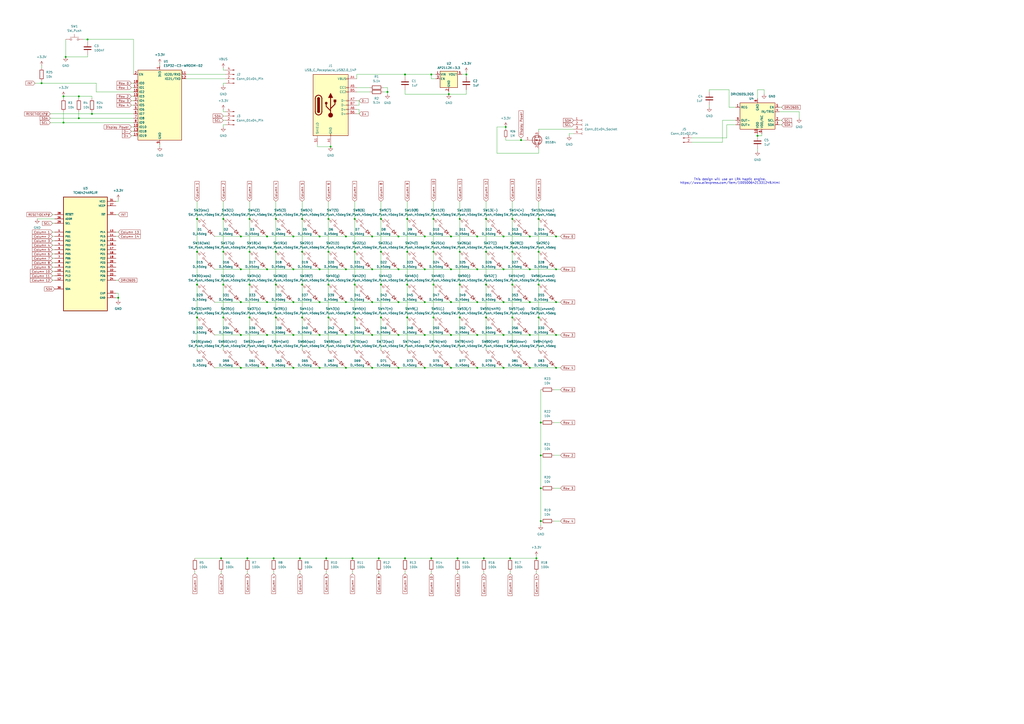
<source format=kicad_sch>
(kicad_sch (version 20250114) (generator "eeschema") (generator_version "9.0")
  (paper "A2")
  (text "This design will use an LRA haptic engine.\nhttps://www.aliexpress.com/item/1005006421331249.html" (at 423.418 105.156 0) (effects (font (size 1.27 1.27))))
  (junction (at 114.3 127))
  (junction (at 236.22 184.15))
  (junction (at 158.75 323.85))
  (junction (at 175.26 184.15))
  (junction (at 190.5 127))
  (junction (at 205.74 127))
  (junction (at 224.79 53.34))
  (junction (at 246.38 156.21))
  (junction (at 297.18 146.05))
  (junction (at 311.15 323.85))
  (junction (at 281.94 184.15))
  (junction (at 154.94 137.16))
  (junction (at 170.18 175.26))
  (junction (at 281.94 127))
  (junction (at 261.62 175.26))
  (junction (at 170.18 137.16))
  (junction (at 307.34 175.26))
  (junction (at 292.1 213.36))
  (junction (at 292.1 156.21))
  (junction (at 276.86 175.26))
  (junction (at 200.66 213.36))
  (junction (at 312.42 184.15))
  (junction (at 215.9 156.21))
  (junction (at 175.26 146.05))
  (junction (at 154.94 213.36))
  (junction (at 236.22 146.05))
  (junction (at 139.7 156.21))
  (junction (at 307.34 213.36))
  (junction (at 260.35 54.61))
  (junction (at 200.66 137.16))
  (junction (at 36.83 55.88))
  (junction (at 215.9 213.36))
  (junction (at 265.43 323.85))
  (junction (at 312.42 127))
  (junction (at 50.8 22.86))
  (junction (at 154.94 194.31))
  (junction (at 236.22 127))
  (junction (at 154.94 156.21))
  (junction (at 114.3 184.15))
  (junction (at 219.71 323.85))
  (junction (at 144.78 146.05))
  (junction (at 276.86 156.21))
  (junction (at 24.13 48.26))
  (junction (at 45.72 55.88))
  (junction (at 231.14 175.26))
  (junction (at 139.7 175.26))
  (junction (at 190.5 146.05))
  (junction (at 200.66 156.21))
  (junction (at 205.74 146.05))
  (junction (at 276.86 194.31))
  (junction (at 234.95 43.18))
  (junction (at 266.7 146.05))
  (junction (at 261.62 213.36))
  (junction (at 114.3 165.1))
  (junction (at 322.58 137.16))
  (junction (at 139.7 137.16))
  (junction (at 251.46 184.15))
  (junction (at 266.7 184.15))
  (junction (at 45.72 68.58))
  (junction (at 170.18 156.21))
  (junction (at 129.54 146.05))
  (junction (at 144.78 165.1))
  (junction (at 143.51 323.85))
  (junction (at 220.98 184.15))
  (junction (at 215.9 137.16))
  (junction (at 175.26 165.1))
  (junction (at 292.1 194.31))
  (junction (at 246.38 213.36))
  (junction (at 312.42 165.1))
  (junction (at 292.1 137.16))
  (junction (at 231.14 137.16))
  (junction (at 307.34 156.21))
  (junction (at 160.02 127))
  (junction (at 293.37 73.66))
  (junction (at 246.38 137.16))
  (junction (at 276.86 213.36))
  (junction (at 302.26 81.28))
  (junction (at 231.14 194.31))
  (junction (at 200.66 194.31))
  (junction (at 261.62 137.16))
  (junction (at 281.94 165.1))
  (junction (at 189.23 323.85))
  (junction (at 313.69 245.11))
  (junction (at 307.34 137.16))
  (junction (at 144.78 127))
  (junction (at 276.86 137.16))
  (junction (at 175.26 127))
  (junction (at 185.42 137.16))
  (junction (at 312.42 146.05))
  (junction (at 129.54 127))
  (junction (at 139.7 213.36))
  (junction (at 281.94 146.05))
  (junction (at 185.42 175.26))
  (junction (at 231.14 213.36))
  (junction (at 250.19 323.85))
  (junction (at 191.77 85.09))
  (junction (at 236.22 165.1))
  (junction (at 185.42 213.36))
  (junction (at 261.62 156.21))
  (junction (at 173.99 323.85))
  (junction (at 246.38 194.31))
  (junction (at 160.02 146.05))
  (junction (at 250.19 43.18))
  (junction (at 170.18 213.36))
  (junction (at 266.7 127))
  (junction (at 270.51 43.18))
  (junction (at 251.46 165.1))
  (junction (at 280.67 323.85))
  (junction (at 220.98 165.1))
  (junction (at 313.69 302.26))
  (junction (at 190.5 184.15))
  (junction (at 68.58 172.72))
  (junction (at 234.95 323.85))
  (junction (at 246.38 175.26))
  (junction (at 220.98 127))
  (junction (at 204.47 323.85))
  (junction (at 129.54 165.1))
  (junction (at 322.58 175.26))
  (junction (at 295.91 323.85))
  (junction (at 307.34 194.31))
  (junction (at 292.1 175.26))
  (junction (at 200.66 175.26))
  (junction (at 36.83 71.12))
  (junction (at 144.78 184.15))
  (junction (at 220.98 146.05))
  (junction (at 313.69 283.21))
  (junction (at 322.58 156.21))
  (junction (at 53.34 66.04))
  (junction (at 160.02 165.1))
  (junction (at 251.46 146.05))
  (junction (at 231.14 156.21))
  (junction (at 38.1 33.02))
  (junction (at 261.62 194.31))
  (junction (at 128.27 323.85))
  (junction (at 129.54 184.15))
  (junction (at 439.42 78.74))
  (junction (at 215.9 194.31))
  (junction (at 297.18 165.1))
  (junction (at 251.46 127))
  (junction (at 205.74 184.15))
  (junction (at 154.94 175.26))
  (junction (at 114.3 146.05))
  (junction (at 266.7 165.1))
  (junction (at 322.58 194.31))
  (junction (at 322.58 213.36))
  (junction (at 313.69 264.16))
  (junction (at 205.74 165.1))
  (junction (at 190.5 165.1))
  (junction (at 297.18 184.15))
  (junction (at 139.7 194.31))
  (junction (at 185.42 194.31))
  (junction (at 297.18 127))
  (junction (at 170.18 194.31))
  (junction (at 215.9 175.26))
  (junction (at 185.42 156.21))
  (junction (at 160.02 184.15))
  (wire (pts (xy 207.01 63.5) (xy 208.28 63.5)))
  (wire (pts (xy 129.54 40.64) (xy 130.81 40.64)))
  (wire (pts (xy 160.02 146.05) (xy 160.02 165.1)))
  (wire (pts (xy 124.46 175.26) (xy 139.7 175.26)))
  (wire (pts (xy 205.74 165.1) (xy 205.74 184.15)))
  (wire (pts (xy 77.47 22.86) (xy 77.47 43.18)))
  (wire (pts (xy 30.48 149.86) (xy 31.75 149.86)))
  (wire (pts (xy 220.98 127) (xy 220.98 146.05)))
  (wire (pts (xy 190.5 146.05) (xy 190.5 165.1)))
  (wire (pts (xy 175.26 165.1) (xy 175.26 184.15)))
  (wire (pts (xy 219.71 323.85) (xy 234.95 323.85)))
  (wire (pts (xy 292.1 194.31) (xy 307.34 194.31)))
  (wire (pts (xy 190.5 127) (xy 190.5 146.05)))
  (wire (pts (xy 236.22 116.84) (xy 236.22 127)))
  (wire (pts (xy 215.9 137.16) (xy 231.14 137.16)))
  (wire (pts (xy 20.32 48.26) (xy 24.13 48.26)))
  (wire (pts (xy 293.37 81.28) (xy 302.26 81.28)))
  (wire (pts (xy 68.58 116.84) (xy 67.31 116.84)))
  (wire (pts (xy 160.02 184.15) (xy 160.02 203.2)))
  (wire (pts (xy 266.7 146.05) (xy 266.7 165.1)))
  (wire (pts (xy 76.2 58.42) (xy 77.47 58.42)))
  (wire (pts (xy 208.28 63.5) (xy 208.28 66.04)))
  (wire (pts (xy 114.3 165.1) (xy 114.3 184.15)))
  (wire (pts (xy 129.54 63.5) (xy 129.54 64.77)))
  (wire (pts (xy 205.74 184.15) (xy 205.74 203.2)))
  (wire (pts (xy 29.21 68.58) (xy 45.72 68.58)))
  (wire (pts (xy 234.95 323.85) (xy 250.19 323.85)))
  (wire (pts (xy 411.48 52.07) (xy 422.91 52.07)))
  (wire (pts (xy 30.48 162.56) (xy 31.75 162.56)))
  (wire (pts (xy 45.72 55.88) (xy 53.34 55.88)))
  (wire (pts (xy 208.28 58.42) (xy 207.01 58.42)))
  (wire (pts (xy 139.7 137.16) (xy 154.94 137.16)))
  (wire (pts (xy 114.3 127) (xy 114.3 146.05)))
  (wire (pts (xy 30.48 154.94) (xy 31.75 154.94)))
  (wire (pts (xy 231.14 175.26) (xy 246.38 175.26)))
  (wire (pts (xy 129.54 116.84) (xy 129.54 127)))
  (wire (pts (xy 68.58 134.62) (xy 67.31 134.62)))
  (wire (pts (xy 281.94 146.05) (xy 281.94 165.1)))
  (wire (pts (xy 236.22 165.1) (xy 236.22 184.15)))
  (wire (pts (xy 129.54 184.15) (xy 129.54 203.2)))
  (wire (pts (xy 50.8 22.86) (xy 50.8 24.13)))
  (wire (pts (xy 129.54 146.05) (xy 129.54 165.1)))
  (wire (pts (xy 143.51 323.85) (xy 158.75 323.85)))
  (wire (pts (xy 38.1 33.02) (xy 38.1 22.86)))
  (wire (pts (xy 170.18 156.21) (xy 185.42 156.21)))
  (wire (pts (xy 154.94 156.21) (xy 170.18 156.21)))
  (wire (pts (xy 292.1 213.36) (xy 307.34 213.36)))
  (wire (pts (xy 266.7 116.84) (xy 266.7 127)))
  (wire (pts (xy 270.51 44.45) (xy 270.51 43.18)))
  (wire (pts (xy 55.88 53.34) (xy 77.47 53.34)))
  (wire (pts (xy 68.58 172.72) (xy 68.58 173.99)))
  (wire (pts (xy 312.42 146.05) (xy 312.42 165.1)))
  (wire (pts (xy 220.98 116.84) (xy 220.98 127)))
  (wire (pts (xy 30.48 147.32) (xy 31.75 147.32)))
  (wire (pts (xy 30.48 134.62) (xy 31.75 134.62)))
  (wire (pts (xy 67.31 162.56) (xy 68.58 162.56)))
  (wire (pts (xy 107.95 45.72) (xy 130.81 45.72)))
  (wire (pts (xy 261.62 175.26) (xy 276.86 175.26)))
  (wire (pts (xy 288.29 88.9) (xy 288.29 73.66)))
  (wire (pts (xy 160.02 116.84) (xy 160.02 127)))
  (wire (pts (xy 76.2 50.8) (xy 77.47 50.8)))
  (wire (pts (xy 190.5 184.15) (xy 190.5 203.2)))
  (wire (pts (xy 124.46 156.21) (xy 139.7 156.21)))
  (wire (pts (xy 293.37 73.66) (xy 293.37 74.93)))
  (wire (pts (xy 261.62 194.31) (xy 276.86 194.31)))
  (wire (pts (xy 297.18 116.84) (xy 297.18 127)))
  (wire (pts (xy 129.54 73.66) (xy 129.54 72.39)))
  (wire (pts (xy 313.69 264.16) (xy 313.69 283.21)))
  (wire (pts (xy 421.64 72.39) (xy 426.72 72.39)))
  (wire (pts (xy 231.14 137.16) (xy 246.38 137.16)))
  (wire (pts (xy 129.54 67.31) (xy 130.81 67.31)))
  (wire (pts (xy 50.8 31.75) (xy 50.8 33.02)))
  (wire (pts (xy 114.3 116.84) (xy 114.3 127)))
  (wire (pts (xy 311.15 322.58) (xy 311.15 323.85)))
  (wire (pts (xy 200.66 194.31) (xy 215.9 194.31)))
  (wire (pts (xy 260.35 53.34) (xy 260.35 54.61)))
  (wire (pts (xy 139.7 175.26) (xy 154.94 175.26)))
  (wire (pts (xy 276.86 213.36) (xy 292.1 213.36)))
  (wire (pts (xy 45.72 55.88) (xy 45.72 57.15)))
  (wire (pts (xy 276.86 175.26) (xy 292.1 175.26)))
  (wire (pts (xy 158.75 323.85) (xy 173.99 323.85)))
  (wire (pts (xy 144.78 184.15) (xy 144.78 203.2)))
  (wire (pts (xy 50.8 33.02) (xy 38.1 33.02)))
  (wire (pts (xy 68.58 115.57) (xy 68.58 116.84)))
  (wire (pts (xy 452.12 62.23) (xy 453.39 62.23)))
  (wire (pts (xy 170.18 194.31) (xy 185.42 194.31)))
  (wire (pts (xy 76.2 76.2) (xy 77.47 76.2)))
  (wire (pts (xy 236.22 184.15) (xy 236.22 203.2)))
  (wire (pts (xy 144.78 165.1) (xy 144.78 184.15)))
  (wire (pts (xy 200.66 213.36) (xy 215.9 213.36)))
  (wire (pts (xy 313.69 283.21) (xy 313.69 302.26)))
  (wire (pts (xy 48.26 22.86) (xy 50.8 22.86)))
  (wire (pts (xy 129.54 72.39) (xy 130.81 72.39)))
  (wire (pts (xy 312.42 184.15) (xy 312.42 203.2)))
  (wire (pts (xy 175.26 146.05) (xy 175.26 165.1)))
  (wire (pts (xy 29.21 71.12) (xy 36.83 71.12)))
  (wire (pts (xy 222.25 53.34) (xy 224.79 53.34)))
  (wire (pts (xy 321.31 302.26) (xy 325.12 302.26)))
  (wire (pts (xy 160.02 165.1) (xy 160.02 184.15)))
  (wire (pts (xy 205.74 116.84) (xy 205.74 127)))
  (wire (pts (xy 422.91 62.23) (xy 426.72 62.23)))
  (wire (pts (xy 312.42 165.1) (xy 312.42 184.15)))
  (wire (pts (xy 76.2 60.96) (xy 77.47 60.96)))
  (wire (pts (xy 129.54 39.37) (xy 129.54 40.64)))
  (wire (pts (xy 128.27 331.47) (xy 128.27 332.74)))
  (wire (pts (xy 234.95 52.07) (xy 234.95 54.61)))
  (wire (pts (xy 30.48 144.78) (xy 31.75 144.78)))
  (wire (pts (xy 30.48 137.16) (xy 31.75 137.16)))
  (wire (pts (xy 297.18 184.15) (xy 297.18 203.2)))
  (wire (pts (xy 419.1 69.85) (xy 419.1 82.55)))
  (wire (pts (xy 422.91 52.07) (xy 422.91 62.23)))
  (wire (pts (xy 30.48 160.02) (xy 31.75 160.02)))
  (wire (pts (xy 24.13 46.99) (xy 24.13 48.26)))
  (wire (pts (xy 313.69 302.26) (xy 313.69 304.8)))
  (wire (pts (xy 30.48 139.7) (xy 31.75 139.7)))
  (wire (pts (xy 297.18 127) (xy 297.18 146.05)))
  (wire (pts (xy 113.03 331.47) (xy 113.03 332.74)))
  (wire (pts (xy 185.42 137.16) (xy 200.66 137.16)))
  (wire (pts (xy 312.42 116.84) (xy 312.42 127)))
  (wire (pts (xy 411.48 53.34) (xy 411.48 52.07)))
  (wire (pts (xy 219.71 331.47) (xy 219.71 332.74)))
  (wire (pts (xy 30.48 124.46) (xy 31.75 124.46)))
  (wire (pts (xy 154.94 213.36) (xy 170.18 213.36)))
  (wire (pts (xy 302.26 80.01) (xy 302.26 81.28)))
  (wire (pts (xy 207.01 53.34) (xy 214.63 53.34)))
  (wire (pts (xy 231.14 194.31) (xy 246.38 194.31)))
  (wire (pts (xy 443.23 52.07) (xy 443.23 54.61)))
  (wire (pts (xy 246.38 175.26) (xy 261.62 175.26)))
  (wire (pts (xy 55.88 48.26) (xy 55.88 53.34)))
  (wire (pts (xy 266.7 184.15) (xy 266.7 203.2)))
  (wire (pts (xy 276.86 194.31) (xy 292.1 194.31)))
  (wire (pts (xy 251.46 116.84) (xy 251.46 127)))
  (wire (pts (xy 246.38 194.31) (xy 261.62 194.31)))
  (wire (pts (xy 439.42 78.74) (xy 441.96 78.74)))
  (wire (pts (xy 419.1 69.85) (xy 426.72 69.85)))
  (wire (pts (xy 321.31 264.16) (xy 325.12 264.16)))
  (wire (pts (xy 288.29 88.9) (xy 312.42 88.9)))
  (wire (pts (xy 158.75 331.47) (xy 158.75 332.74)))
  (wire (pts (xy 170.18 175.26) (xy 185.42 175.26)))
  (wire (pts (xy 439.42 77.47) (xy 439.42 78.74)))
  (wire (pts (xy 190.5 165.1) (xy 190.5 184.15)))
  (wire (pts (xy 270.51 43.18) (xy 267.97 43.18)))
  (wire (pts (xy 129.54 127) (xy 129.54 146.05)))
  (wire (pts (xy 24.13 48.26) (xy 55.88 48.26)))
  (wire (pts (xy 276.86 137.16) (xy 292.1 137.16)))
  (wire (pts (xy 307.34 194.31) (xy 322.58 194.31)))
  (wire (pts (xy 295.91 331.47) (xy 295.91 332.74)))
  (wire (pts (xy 124.46 137.16) (xy 139.7 137.16)))
  (wire (pts (xy 297.18 146.05) (xy 297.18 165.1)))
  (wire (pts (xy 250.19 323.85) (xy 265.43 323.85)))
  (wire (pts (xy 170.18 137.16) (xy 185.42 137.16)))
  (wire (pts (xy 190.5 116.84) (xy 190.5 127)))
  (wire (pts (xy 251.46 127) (xy 251.46 146.05)))
  (wire (pts (xy 76.2 78.74) (xy 77.47 78.74)))
  (wire (pts (xy 265.43 323.85) (xy 280.67 323.85)))
  (wire (pts (xy 173.99 323.85) (xy 189.23 323.85)))
  (wire (pts (xy 251.46 184.15) (xy 251.46 203.2)))
  (wire (pts (xy 261.62 137.16) (xy 276.86 137.16)))
  (wire (pts (xy 29.21 66.04) (xy 53.34 66.04)))
  (wire (pts (xy 234.95 331.47) (xy 234.95 332.74)))
  (wire (pts (xy 401.32 80.01) (xy 421.64 80.01)))
  (wire (pts (xy 313.69 245.11) (xy 313.69 264.16)))
  (wire (pts (xy 129.54 64.77) (xy 130.81 64.77)))
  (wire (pts (xy 129.54 69.85) (xy 130.81 69.85)))
  (wire (pts (xy 154.94 175.26) (xy 170.18 175.26)))
  (wire (pts (xy 129.54 49.53) (xy 129.54 48.26)))
  (wire (pts (xy 234.95 43.18) (xy 250.19 43.18)))
  (wire (pts (xy 68.58 170.18) (xy 68.58 172.72)))
  (wire (pts (xy 266.7 127) (xy 266.7 146.05)))
  (wire (pts (xy 292.1 156.21) (xy 307.34 156.21)))
  (wire (pts (xy 224.79 54.61) (xy 224.79 53.34)))
  (wire (pts (xy 139.7 213.36) (xy 154.94 213.36)))
  (wire (pts (xy 68.58 124.46) (xy 67.31 124.46)))
  (wire (pts (xy 129.54 48.26) (xy 130.81 48.26)))
  (wire (pts (xy 421.64 80.01) (xy 421.64 72.39)))
  (wire (pts (xy 297.18 165.1) (xy 297.18 184.15)))
  (wire (pts (xy 295.91 323.85) (xy 311.15 323.85)))
  (wire (pts (xy 170.18 213.36) (xy 185.42 213.36)))
  (wire (pts (xy 184.15 85.09) (xy 184.15 83.82)))
  (wire (pts (xy 185.42 213.36) (xy 200.66 213.36)))
  (wire (pts (xy 30.48 142.24) (xy 31.75 142.24)))
  (wire (pts (xy 207.01 60.96) (xy 208.28 60.96)))
  (wire (pts (xy 220.98 184.15) (xy 220.98 203.2)))
  (wire (pts (xy 36.83 55.88) (xy 45.72 55.88)))
  (wire (pts (xy 322.58 175.26) (xy 325.12 175.26)))
  (wire (pts (xy 114.3 146.05) (xy 114.3 165.1)))
  (wire (pts (xy 270.51 54.61) (xy 260.35 54.61)))
  (wire (pts (xy 330.2 77.47) (xy 332.74 77.47)))
  (wire (pts (xy 207.01 43.18) (xy 207.01 45.72)))
  (wire (pts (xy 234.95 54.61) (xy 260.35 54.61)))
  (wire (pts (xy 50.8 22.86) (xy 77.47 22.86)))
  (wire (pts (xy 281.94 165.1) (xy 281.94 184.15)))
  (wire (pts (xy 76.2 48.26) (xy 77.47 48.26)))
  (wire (pts (xy 220.98 165.1) (xy 220.98 184.15)))
  (wire (pts (xy 224.79 50.8) (xy 224.79 53.34)))
  (wire (pts (xy 189.23 323.85) (xy 204.47 323.85)))
  (wire (pts (xy 236.22 146.05) (xy 236.22 165.1)))
  (wire (pts (xy 322.58 137.16) (xy 325.12 137.16)))
  (wire (pts (xy 250.19 43.18) (xy 252.73 43.18)))
  (wire (pts (xy 154.94 137.16) (xy 170.18 137.16)))
  (wire (pts (xy 215.9 175.26) (xy 231.14 175.26)))
  (wire (pts (xy 92.71 36.83) (xy 92.71 38.1)))
  (wire (pts (xy 419.1 82.55) (xy 401.32 82.55)))
  (wire (pts (xy 292.1 137.16) (xy 307.34 137.16)))
  (wire (pts (xy 191.77 85.09) (xy 184.15 85.09)))
  (wire (pts (xy 281.94 116.84) (xy 281.94 127)))
  (wire (pts (xy 231.14 156.21) (xy 246.38 156.21)))
  (wire (pts (xy 154.94 194.31) (xy 170.18 194.31)))
  (wire (pts (xy 208.28 60.96) (xy 208.28 58.42)))
  (wire (pts (xy 76.2 55.88) (xy 77.47 55.88)))
  (wire (pts (xy 53.34 64.77) (xy 53.34 66.04)))
  (wire (pts (xy 321.31 283.21) (xy 325.12 283.21)))
  (wire (pts (xy 76.2 73.66) (xy 77.47 73.66)))
  (wire (pts (xy 322.58 213.36) (xy 325.12 213.36)))
  (wire (pts (xy 270.51 52.07) (xy 270.51 54.61)))
  (wire (pts (xy 208.28 66.04) (xy 207.01 66.04)))
  (wire (pts (xy 30.48 129.54) (xy 31.75 129.54)))
  (wire (pts (xy 107.95 43.18) (xy 130.81 43.18)))
  (wire (pts (xy 266.7 165.1) (xy 266.7 184.15)))
  (wire (pts (xy 246.38 137.16) (xy 261.62 137.16)))
  (wire (pts (xy 463.55 68.58) (xy 463.55 64.77)))
  (wire (pts (xy 205.74 127) (xy 205.74 146.05)))
  (wire (pts (xy 453.39 72.39) (xy 452.12 72.39)))
  (wire (pts (xy 312.42 74.93) (xy 332.74 74.93)))
  (wire (pts (xy 307.34 175.26) (xy 322.58 175.26)))
  (wire (pts (xy 215.9 194.31) (xy 231.14 194.31)))
  (wire (pts (xy 24.13 38.1) (xy 24.13 39.37)))
  (wire (pts (xy 302.26 81.28) (xy 304.8 81.28)))
  (wire (pts (xy 250.19 45.72) (xy 250.19 43.18)))
  (wire (pts (xy 439.42 86.36) (xy 439.42 87.63)))
  (wire (pts (xy 113.03 323.85) (xy 128.27 323.85)))
  (wire (pts (xy 307.34 213.36) (xy 322.58 213.36)))
  (wire (pts (xy 251.46 146.05) (xy 251.46 165.1)))
  (wire (pts (xy 185.42 175.26) (xy 200.66 175.26)))
  (wire (pts (xy 191.77 83.82) (xy 191.77 85.09)))
  (wire (pts (xy 92.71 83.82) (xy 92.71 85.09)))
  (wire (pts (xy 215.9 156.21) (xy 231.14 156.21)))
  (wire (pts (xy 292.1 175.26) (xy 307.34 175.26)))
  (wire (pts (xy 312.42 127) (xy 312.42 146.05)))
  (wire (pts (xy 321.31 245.11) (xy 325.12 245.11)))
  (wire (pts (xy 200.66 137.16) (xy 215.9 137.16)))
  (wire (pts (xy 293.37 80.01) (xy 293.37 81.28)))
  (wire (pts (xy 175.26 116.84) (xy 175.26 127)))
  (wire (pts (xy 160.02 127) (xy 160.02 146.05)))
  (wire (pts (xy 276.86 156.21) (xy 292.1 156.21)))
  (wire (pts (xy 234.95 43.18) (xy 234.95 44.45)))
  (wire (pts (xy 322.58 156.21) (xy 325.12 156.21)))
  (wire (pts (xy 261.62 156.21) (xy 276.86 156.21)))
  (wire (pts (xy 439.42 52.07) (xy 439.42 57.15)))
  (wire (pts (xy 68.58 170.18) (xy 67.31 170.18)))
  (wire (pts (xy 312.42 88.9) (xy 312.42 86.36)))
  (wire (pts (xy 67.31 137.16) (xy 68.58 137.16)))
  (wire (pts (xy 53.34 66.04) (xy 77.47 66.04)))
  (wire (pts (xy 68.58 172.72) (xy 67.31 172.72)))
  (wire (pts (xy 453.39 69.85) (xy 452.12 69.85)))
  (wire (pts (xy 205.74 146.05) (xy 205.74 165.1)))
  (wire (pts (xy 463.55 64.77) (xy 452.12 64.77)))
  (wire (pts (xy 265.43 331.47) (xy 265.43 332.74)))
  (wire (pts (xy 36.83 71.12) (xy 77.47 71.12)))
  (wire (pts (xy 280.67 323.85) (xy 295.91 323.85)))
  (wire (pts (xy 307.34 156.21) (xy 322.58 156.21)))
  (wire (pts (xy 443.23 52.07) (xy 439.42 52.07)))
  (wire (pts (xy 207.01 50.8) (xy 214.63 50.8)))
  (wire (pts (xy 53.34 55.88) (xy 53.34 57.15)))
  (wire (pts (xy 124.46 194.31) (xy 139.7 194.31)))
  (wire (pts (xy 280.67 331.47) (xy 280.67 332.74)))
  (wire (pts (xy 311.15 331.47) (xy 311.15 332.74)))
  (wire (pts (xy 441.96 78.74) (xy 441.96 77.47)))
  (wire (pts (xy 45.72 64.77) (xy 45.72 68.58)))
  (wire (pts (xy 114.3 184.15) (xy 114.3 203.2)))
  (wire (pts (xy 144.78 146.05) (xy 144.78 165.1)))
  (wire (pts (xy 222.25 50.8) (xy 224.79 50.8)))
  (wire (pts (xy 189.23 331.47) (xy 189.23 332.74)))
  (wire (pts (xy 200.66 175.26) (xy 215.9 175.26)))
  (wire (pts (xy 36.83 55.88) (xy 36.83 57.15)))
  (wire (pts (xy 246.38 213.36) (xy 261.62 213.36)))
  (wire (pts (xy 200.66 156.21) (xy 215.9 156.21)))
  (wire (pts (xy 246.38 156.21) (xy 261.62 156.21)))
  (wire (pts (xy 144.78 116.84) (xy 144.78 127)))
  (wire (pts (xy 321.31 226.06) (xy 325.12 226.06)))
  (wire (pts (xy 251.46 165.1) (xy 251.46 184.15)))
  (wire (pts (xy 261.62 213.36) (xy 276.86 213.36)))
  (wire (pts (xy 185.42 156.21) (xy 200.66 156.21)))
  (wire (pts (xy 139.7 156.21) (xy 154.94 156.21)))
  (wire (pts (xy 330.2 78.74) (xy 330.2 77.47)))
  (wire (pts (xy 250.19 331.47) (xy 250.19 332.74)))
  (wire (pts (xy 411.48 60.96) (xy 411.48 62.23)))
  (wire (pts (xy 270.51 41.91) (xy 270.51 43.18)))
  (wire (pts (xy 281.94 184.15) (xy 281.94 203.2)))
  (wire (pts (xy 128.27 323.85) (xy 143.51 323.85)))
  (wire (pts (xy 129.54 165.1) (xy 129.54 184.15)))
  (wire (pts (xy 175.26 184.15) (xy 175.26 203.2)))
  (wire (pts (xy 312.42 76.2) (xy 312.42 74.93)))
  (wire (pts (xy 231.14 213.36) (xy 246.38 213.36)))
  (wire (pts (xy 322.58 194.31) (xy 325.12 194.31)))
  (wire (pts (xy 204.47 331.47) (xy 204.47 332.74)))
  (wire (pts (xy 144.78 127) (xy 144.78 146.05)))
  (wire (pts (xy 30.48 157.48) (xy 31.75 157.48)))
  (wire (pts (xy 139.7 194.31) (xy 154.94 194.31)))
  (wire (pts (xy 143.51 331.47) (xy 143.51 332.74)))
  (wire (pts (xy 173.99 331.47) (xy 173.99 332.74)))
  (wire (pts (xy 207.01 43.18) (xy 234.95 43.18)))
  (wire (pts (xy 21.59 127) (xy 31.75 127)))
  (wire (pts (xy 215.9 213.36) (xy 231.14 213.36)))
  (wire (pts (xy 288.29 73.66) (xy 293.37 73.66)))
  (wire (pts (xy 252.73 45.72) (xy 250.19 45.72)))
  (wire (pts (xy 220.98 146.05) (xy 220.98 165.1)))
  (wire (pts (xy 124.46 213.36) (xy 139.7 213.36)))
  (wire (pts (xy 281.94 127) (xy 281.94 146.05)))
  (wire (pts (xy 185.42 194.31) (xy 200.66 194.31)))
  (wire (pts (xy 45.72 68.58) (xy 77.47 68.58)))
  (wire (pts (xy 313.69 226.06) (xy 313.69 245.11)))
  (wire (pts (xy 236.22 127) (xy 236.22 146.05)))
  (wire (pts (xy 307.34 137.16) (xy 322.58 137.16)))
  (wire (pts (xy 30.48 152.4) (xy 31.75 152.4)))
  (wire (pts (xy 204.47 323.85) (xy 219.71 323.85)))
  (wire (pts (xy 175.26 127) (xy 175.26 146.05)))
  (wire (pts (xy 36.83 64.77) (xy 36.83 71.12)))
  (global_label "Row 3" (shape input) (at 325.12 194.31 0) (property "Intersheetrefs" "${INTERSHEET_REFS}" (effects (hide yes))))
  (global_label "Row 1" (shape input) (at 325.12 156.21 0) (property "Intersheetrefs" "${INTERSHEET_REFS}" (effects (hide yes))))
  (global_label "Row 2" (shape input) (at 325.12 175.26 0) (property "Intersheetrefs" "${INTERSHEET_REFS}" (effects (hide yes))))
  (global_label "Row 0" (shape input) (at 325.12 137.16 0) (property "Intersheetrefs" "${INTERSHEET_REFS}" (effects (hide yes))))
  (global_label "Row 4" (shape input) (at 325.12 213.36 0) (property "Intersheetrefs" "${INTERSHEET_REFS}" (effects (hide yes))))
  (global_label "SDA" (shape input) (at 332.74 69.85 180) (property "Intersheetrefs" "${INTERSHEET_REFS}" (effects (hide yes))))
  (global_label "Column 7" (shape input) (at 204.47 332.74 270) (property "Intersheetrefs" "${INTERSHEET_REFS}" (effects (hide yes))))
  (global_label "Row 1" (shape input) (at 76.2 50.8 180) (property "Intersheetrefs" "${INTERSHEET_REFS}" (effects (hide yes))))
  (global_label "Column 3" (shape input) (at 30.48 139.7 180) (property "Intersheetrefs" "${INTERSHEET_REFS}" (effects (hide yes))))
  (global_label "RESETIOEXP#" (shape input) (at 30.48 124.46 180) (property "Intersheetrefs" "${INTERSHEET_REFS}" (effects (hide yes))))
  (global_label "Column 14" (shape input) (at 68.58 137.16 0) (property "Intersheetrefs" "${INTERSHEET_REFS}" (effects (hide yes))))
  (global_label "Column 12" (shape input) (at 280.67 332.74 270) (property "Intersheetrefs" "${INTERSHEET_REFS}" (effects (hide yes))))
  (global_label "SCL" (shape input) (at 453.39 69.85 0) (property "Intersheetrefs" "${INTERSHEET_REFS}" (effects (hide yes))))
  (global_label "Column 8" (shape input) (at 219.71 332.74 270) (property "Intersheetrefs" "${INTERSHEET_REFS}" (effects (hide yes))))
  (global_label "Row 2" (shape input) (at 325.12 264.16 0) (property "Intersheetrefs" "${INTERSHEET_REFS}" (effects (hide yes))))
  (global_label "SCL" (shape input) (at 129.54 69.85 180) (property "Intersheetrefs" "${INTERSHEET_REFS}" (effects (hide yes))))
  (global_label "Column 2" (shape input) (at 128.27 332.74 270) (property "Intersheetrefs" "${INTERSHEET_REFS}" (effects (hide yes))))
  (global_label "D+" (shape input) (at 208.28 66.04 0) (property "Intersheetrefs" "${INTERSHEET_REFS}" (effects (hide yes))))
  (global_label "SCL" (shape input) (at 332.74 72.39 180) (property "Intersheetrefs" "${INTERSHEET_REFS}" (effects (hide yes))))
  (global_label "Column 3" (shape input) (at 143.51 332.74 270) (property "Intersheetrefs" "${INTERSHEET_REFS}" (effects (hide yes))))
  (global_label "Row 0" (shape input) (at 325.12 226.06 0) (property "Intersheetrefs" "${INTERSHEET_REFS}" (effects (hide yes))))
  (global_label "SCL" (shape input) (at 29.21 71.12 180) (property "Intersheetrefs" "${INTERSHEET_REFS}" (effects (hide yes))))
  (global_label "Column 1" (shape input) (at 30.48 134.62 180) (property "Intersheetrefs" "${INTERSHEET_REFS}" (effects (hide yes))))
  (global_label "Column 13" (shape input) (at 295.91 332.74 270) (property "Intersheetrefs" "${INTERSHEET_REFS}" (effects (hide yes))))
  (global_label "Column 9" (shape input) (at 30.48 154.94 180) (property "Intersheetrefs" "${INTERSHEET_REFS}" (effects (hide yes))))
  (global_label "Column 1" (shape input) (at 114.3 116.84 90) (property "Intersheetrefs" "${INTERSHEET_REFS}" (effects (hide yes))))
  (global_label "Column 2" (shape input) (at 129.54 116.84 90) (property "Intersheetrefs" "${INTERSHEET_REFS}" (effects (hide yes))))
  (global_label "INT" (shape input) (at 20.32 48.26 180) (property "Intersheetrefs" "${INTERSHEET_REFS}" (effects (hide yes))))
  (global_label "Column 10" (shape input) (at 250.19 332.74 270) (property "Intersheetrefs" "${INTERSHEET_REFS}" (effects (hide yes))))
  (global_label "Column 8" (shape input) (at 220.98 116.84 90) (property "Intersheetrefs" "${INTERSHEET_REFS}" (effects (hide yes))))
  (global_label "Column 6" (shape input) (at 190.5 116.84 90) (property "Intersheetrefs" "${INTERSHEET_REFS}" (effects (hide yes))))
  (global_label "Column 7" (shape input) (at 205.74 116.84 90) (property "Intersheetrefs" "${INTERSHEET_REFS}" (effects (hide yes))))
  (global_label "Column 9" (shape input) (at 236.22 116.84 90) (property "Intersheetrefs" "${INTERSHEET_REFS}" (effects (hide yes))))
  (global_label "Column 4" (shape input) (at 160.02 116.84 90) (property "Intersheetrefs" "${INTERSHEET_REFS}" (effects (hide yes))))
  (global_label "Column 5" (shape input) (at 175.26 116.84 90) (property "Intersheetrefs" "${INTERSHEET_REFS}" (effects (hide yes))))
  (global_label "Column 14" (shape input) (at 312.42 116.84 90) (property "Intersheetrefs" "${INTERSHEET_REFS}" (effects (hide yes))))
  (global_label "Column 12" (shape input) (at 281.94 116.84 90) (property "Intersheetrefs" "${INTERSHEET_REFS}" (effects (hide yes))))
  (global_label "Column 13" (shape input) (at 297.18 116.84 90) (property "Intersheetrefs" "${INTERSHEET_REFS}" (effects (hide yes))))
  (global_label "Column 10" (shape input) (at 251.46 116.84 90) (property "Intersheetrefs" "${INTERSHEET_REFS}" (effects (hide yes))))
  (global_label "Column 11" (shape input) (at 266.7 116.84 90) (property "Intersheetrefs" "${INTERSHEET_REFS}" (effects (hide yes))))
  (global_label "SCL" (shape input) (at 30.48 129.54 180) (property "Intersheetrefs" "${INTERSHEET_REFS}" (effects (hide yes))))
  (global_label "Column 9" (shape input) (at 234.95 332.74 270) (property "Intersheetrefs" "${INTERSHEET_REFS}" (effects (hide yes))))
  (global_label "Column 3" (shape input) (at 144.78 116.84 90) (property "Intersheetrefs" "${INTERSHEET_REFS}" (effects (hide yes))))
  (global_label "Row 1" (shape input) (at 325.12 245.11 0) (property "Intersheetrefs" "${INTERSHEET_REFS}" (effects (hide yes))))
  (global_label "Row 4" (shape input) (at 325.12 302.26 0) (property "Intersheetrefs" "${INTERSHEET_REFS}" (effects (hide yes))))
  (global_label "SDA" (shape input) (at 129.54 67.31 180) (property "Intersheetrefs" "${INTERSHEET_REFS}" (effects (hide yes))))
  (global_label "Column 4" (shape input) (at 158.75 332.74 270) (property "Intersheetrefs" "${INTERSHEET_REFS}" (effects (hide yes))))
  (global_label "Column 13" (shape input) (at 68.58 134.62 0) (property "Intersheetrefs" "${INTERSHEET_REFS}" (effects (hide yes))))
  (global_label "RESETIOEXP#" (shape input) (at 29.21 66.04 180) (property "Intersheetrefs" "${INTERSHEET_REFS}" (effects (hide yes))))
  (global_label "D+" (shape input) (at 76.2 78.74 180) (property "Intersheetrefs" "${INTERSHEET_REFS}" (effects (hide yes))))
  (global_label "Row 3" (shape input) (at 325.12 283.21 0) (property "Intersheetrefs" "${INTERSHEET_REFS}" (effects (hide yes))))
  (global_label "SDA" (shape input) (at 29.21 68.58 180) (property "Intersheetrefs" "${INTERSHEET_REFS}" (effects (hide yes))))
  (global_label "Column 10" (shape input) (at 30.48 157.48 180) (property "Intersheetrefs" "${INTERSHEET_REFS}" (effects (hide yes))))
  (global_label "Column 14" (shape input) (at 311.15 332.74 270) (property "Intersheetrefs" "${INTERSHEET_REFS}" (effects (hide yes))))
  (global_label "Column 5" (shape input) (at 173.99 332.74 270) (property "Intersheetrefs" "${INTERSHEET_REFS}" (effects (hide yes))))
  (global_label "Column 2" (shape input) (at 30.48 137.16 180) (property "Intersheetrefs" "${INTERSHEET_REFS}" (effects (hide yes))))
  (global_label "DRV2605" (shape input) (at 68.58 162.56 0) (property "Intersheetrefs" "${INTERSHEET_REFS}" (effects (hide yes))))
  (global_label "Column 7" (shape input) (at 30.48 149.86 180) (property "Intersheetrefs" "${INTERSHEET_REFS}" (effects (hide yes))))
  (global_label "Column 4" (shape input) (at 30.48 142.24 180) (property "Intersheetrefs" "${INTERSHEET_REFS}" (effects (hide yes))))
  (global_label "Column 6" (shape input) (at 30.48 147.32 180) (property "Intersheetrefs" "${INTERSHEET_REFS}" (effects (hide yes))))
  (global_label "DRV2605" (shape input) (at 453.39 62.23 0) (property "Intersheetrefs" "${INTERSHEET_REFS}" (effects (hide yes))))
  (global_label "D-" (shape input) (at 208.28 58.42 0) (property "Intersheetrefs" "${INTERSHEET_REFS}" (effects (hide yes))))
  (global_label "Column 5" (shape input) (at 30.48 144.78 180) (property "Intersheetrefs" "${INTERSHEET_REFS}" (effects (hide yes))))
  (global_label "D-" (shape input) (at 76.2 76.2 180) (property "Intersheetrefs" "${INTERSHEET_REFS}" (effects (hide yes))))
  (global_label "Column 1" (shape input) (at 113.03 332.74 270) (property "Intersheetrefs" "${INTERSHEET_REFS}" (effects (hide yes))))
  (global_label "Display Power" (shape input) (at 302.26 80.01 90) (property "Intersheetrefs" "${INTERSHEET_REFS}" (effects (hide yes))))
  (global_label "Column 12" (shape input) (at 30.48 162.56 180) (property "Intersheetrefs" "${INTERSHEET_REFS}" (effects (hide yes))))
  (global_label "Row 2" (shape input) (at 76.2 55.88 180) (property "Intersheetrefs" "${INTERSHEET_REFS}" (effects (hide yes))))
  (global_label "Column 11" (shape input) (at 30.48 160.02 180) (property "Intersheetrefs" "${INTERSHEET_REFS}" (effects (hide yes))))
  (global_label "Row 3" (shape input) (at 76.2 58.42 180) (property "Intersheetrefs" "${INTERSHEET_REFS}" (effects (hide yes))))
  (global_label "Column 6" (shape input) (at 189.23 332.74 270) (property "Intersheetrefs" "${INTERSHEET_REFS}" (effects (hide yes))))
  (global_label "SDA" (shape input) (at 31.75 167.64 180) (property "Intersheetrefs" "${INTERSHEET_REFS}" (effects (hide yes))))
  (global_label "Column 8" (shape input) (at 30.48 152.4 180) (property "Intersheetrefs" "${INTERSHEET_REFS}" (effects (hide yes))))
  (global_label "Column 11" (shape input) (at 265.43 332.74 270) (property "Intersheetrefs" "${INTERSHEET_REFS}" (effects (hide yes))))
  (global_label "Row 4" (shape input) (at 76.2 60.96 180) (property "Intersheetrefs" "${INTERSHEET_REFS}" (effects (hide yes))))
  (global_label "Display Power" (shape input) (at 76.2 73.66 180) (property "Intersheetrefs" "${INTERSHEET_REFS}" (effects (hide yes))))
  (global_label "INT" (shape input) (at 68.58 124.46 0) (property "Intersheetrefs" "${INTERSHEET_REFS}" (effects (hide yes))))
  (global_label "Row 0" (shape input) (at 76.2 48.26 180) (property "Intersheetrefs" "${INTERSHEET_REFS}" (effects (hide yes))))
  (global_label "SDA" (shape input) (at 453.39 72.39 0) (property "Intersheetrefs" "${INTERSHEET_REFS}" (effects (hide yes))))
  (symbol (lib_id "power:GND") (at 92.71 85.09 0) (unit 1)
    (property "Reference" "#PWR02" (effects (hide yes)))
    (property "Value" "GND" (at 92.71 90.17 0))
    (property "Description" "Power symbol creates a global label with name \"GND\" , ground" (effects (hide yes)))
  )
  (symbol (lib_id "Switch:SW_Push_45deg") (at 284.48 167.64 0) (unit 1)
    (property "Reference" "SW52(')" (at 284.48 160.02 0))
    (property "Value" "SW_Push_45deg" (at 284.48 162.56 0))
    (property "Description" "Push button switch, normally open, two pins, 45° tilted" (effects (hide yes)))
  )
  (symbol (lib_id "Driver_Haptic:DRV2605LDGS") (at 439.42 67.31 180) (unit 1)
    (property "Reference" "U4" (at 437.2767 57.15 0) (effects (justify left)))
    (property "Value" "DRV2605LDGS" (at 437.2767 54.61 0) (effects (justify left)))
    (property "Footprint" "Package_SO:VSSOP-10_3x3mm_P0.5mm" (effects (hide yes)))
    (property "Datasheet" "http://www.ti.com/lit/ds/symlink/drv2605l.pdf" (effects (hide yes)))
    (property "Description" "Haptic driver for LRAs and ERMs with effect library, 2-5.2V, VSSOP-10" (effects (hide yes)))
  )
  (symbol (lib_id "Switch:SW_Push_45deg") (at 314.96 129.54 0) (unit 1)
    (property "Reference" "SW15(bckspc)" (at 314.96 121.92 0))
    (property "Value" "SW_Push_45deg" (at 314.96 124.46 0))
    (property "Description" "Push button switch, normally open, two pins, 45° tilted" (effects (hide yes)))
  )
  (symbol (lib_id "Switch:SW_Push_45deg") (at 177.8 129.54 0) (unit 1)
    (property "Reference" "SW6(4)" (at 177.8 121.92 0))
    (property "Value" "SW_Push_45deg" (at 177.8 124.46 0))
    (property "Description" "Push button switch, normally open, two pins, 45° tilted" (effects (hide yes)))
  )
  (symbol (lib_id "Switch:SW_Push_45deg") (at 132.08 205.74 0) (unit 1)
    (property "Reference" "SW60(lctrl)" (at 132.08 198.12 0))
    (property "Value" "SW_Push_45deg" (at 132.08 200.66 0))
    (property "Description" "Push button switch, normally open, two pins, 45° tilted" (effects (hide yes)))
  )
  (symbol (lib_id "Device:C") (at 411.48 57.15 0) (mirror y) (unit 1)
    (property "Reference" "C4" (at 407.67 55.8799 0) (effects (justify left)))
    (property "Value" "1uF" (at 407.67 58.4199 0) (effects (justify left)))
    (property "Description" "Unpolarized capacitor" (effects (hide yes)))
  )
  (symbol (lib_id "Switch:SW_Push_45deg") (at 147.32 148.59 0) (unit 1)
    (property "Reference" "SW18(w)" (at 147.32 140.97 0))
    (property "Value" "SW_Push_45deg" (at 147.32 143.51 0))
    (property "Description" "Push button switch, normally open, two pins, 45° tilted" (effects (hide yes)))
  )
  (symbol (lib_id "Device:R") (at 24.13 43.18 0) (mirror y) (unit 1)
    (property "Reference" "R25" (at 26.67 41.9099 0) (effects (justify right)))
    (property "Value" "10k" (at 26.67 44.4499 0) (effects (justify right)))
    (property "Description" "Resistor" (effects (hide yes)))
  )
  (symbol (lib_id "Device:D_45deg") (at 137.16 191.77 0) (unit 1)
    (property "Reference" "D34" (at 131.064 190.246 0))
    (property "Value" "D_45deg" (at 131.064 192.786 0))
    (property "Description" "Diode, rotated by 45°" (effects (hide yes)))
    (property "Sim.Device" "D" (effects (hide yes)))
    (property "Sim.Pins" "1=K 2=A" (effects (hide yes)))
  )
  (symbol (lib_id "Device:D_45deg") (at 289.56 153.67 0) (unit 1)
    (property "Reference" "D26" (at 283.464 152.146 0))
    (property "Value" "D_45deg" (at 283.464 154.686 0))
    (property "Description" "Diode, rotated by 45°" (effects (hide yes)))
    (property "Sim.Device" "D" (effects (hide yes)))
    (property "Sim.Pins" "1=K 2=A" (effects (hide yes)))
  )
  (symbol (lib_id "Device:D_45deg") (at 137.16 210.82 0) (unit 1)
    (property "Reference" "D59" (at 131.064 209.296 0))
    (property "Value" "D_45deg" (at 131.064 211.836 0))
    (property "Description" "Diode, rotated by 45°" (effects (hide yes)))
    (property "Sim.Device" "D" (effects (hide yes)))
    (property "Sim.Pins" "1=K 2=A" (effects (hide yes)))
  )
  (symbol (lib_id "Switch:SW_Push_45deg") (at 269.24 167.64 0) (unit 1)
    (property "Reference" "SW50(;)" (at 269.24 160.02 0))
    (property "Value" "SW_Push_45deg" (at 269.24 162.56 0))
    (property "Description" "Push button switch, normally open, two pins, 45° tilted" (effects (hide yes)))
  )
  (symbol (lib_id "Device:D_45deg") (at 121.92 153.67 0) (unit 1)
    (property "Reference" "D15" (at 115.824 152.146 0))
    (property "Value" "D_45deg" (at 115.824 154.686 0))
    (property "Description" "Diode, rotated by 45°" (effects (hide yes)))
    (property "Sim.Device" "D" (effects (hide yes)))
    (property "Sim.Pins" "1=K 2=A" (effects (hide yes)))
  )
  (symbol (lib_id "Device:D_45deg") (at 182.88 153.67 0) (unit 1)
    (property "Reference" "D19" (at 176.784 152.146 0))
    (property "Value" "D_45deg" (at 176.784 154.686 0))
    (property "Description" "Diode, rotated by 45°" (effects (hide yes)))
    (property "Sim.Device" "D" (effects (hide yes)))
    (property "Sim.Pins" "1=K 2=A" (effects (hide yes)))
  )
  (symbol (lib_id "Device:D_45deg") (at 228.6 172.72 0) (unit 1)
    (property "Reference" "D43" (at 222.504 171.196 0))
    (property "Value" "D_45deg" (at 222.504 173.736 0))
    (property "Description" "Diode, rotated by 45°" (effects (hide yes)))
    (property "Sim.Device" "D" (effects (hide yes)))
    (property "Sim.Pins" "1=K 2=A" (effects (hide yes)))
  )
  (symbol (lib_id "Device:D_45deg") (at 320.04 210.82 0) (unit 1)
    (property "Reference" "D83" (at 313.944 209.296 0))
    (property "Value" "D_45deg" (at 313.944 211.836 0))
    (property "Description" "Diode, rotated by 45°" (effects (hide yes)))
    (property "Sim.Device" "D" (effects (hide yes)))
    (property "Sim.Pins" "1=K 2=A" (effects (hide yes)))
  )
  (symbol (lib_id "Device:R") (at 317.5 264.16 90) (unit 1)
    (property "Reference" "R21" (at 317.5 257.81 90))
    (property "Value" "10k" (at 317.5 260.35 90))
    (property "Description" "Resistor" (effects (hide yes)))
  )
  (symbol (lib_id "power:+3.3V") (at 92.71 36.83 0) (unit 1)
    (property "Reference" "#PWR01" (effects (hide yes)))
    (property "Value" "+3.3V" (at 92.71 31.75 0))
    (property "Description" "Power symbol creates a global label with name \"+3.3V\"" (effects (hide yes)))
  )
  (symbol (lib_id "Device:D_45deg") (at 152.4 172.72 0) (unit 1)
    (property "Reference" "D33" (at 146.304 171.196 0))
    (property "Value" "D_45deg" (at 146.304 173.736 0))
    (property "Description" "Diode, rotated by 45°" (effects (hide yes)))
    (property "Sim.Device" "D" (effects (hide yes)))
    (property "Sim.Pins" "1=K 2=A" (effects (hide yes)))
  )
  (symbol (lib_id "Device:D_45deg") (at 320.04 191.77 0) (unit 1)
    (property "Reference" "D30" (at 313.944 190.246 0))
    (property "Value" "D_45deg" (at 313.944 192.786 0))
    (property "Description" "Diode, rotated by 45°" (effects (hide yes)))
    (property "Sim.Device" "D" (effects (hide yes)))
    (property "Sim.Pins" "1=K 2=A" (effects (hide yes)))
  )
  (symbol (lib_id "Device:D_45deg") (at 182.88 134.62 0) (unit 1)
    (property "Reference" "D5" (at 176.784 133.096 0))
    (property "Value" "D_45deg" (at 176.784 135.636 0))
    (property "Description" "Diode, rotated by 45°" (effects (hide yes)))
    (property "Sim.Device" "D" (effects (hide yes)))
    (property "Sim.Pins" "1=K 2=A" (effects (hide yes)))
  )
  (symbol (lib_id "Device:D_45deg") (at 228.6 153.67 0) (unit 1)
    (property "Reference" "D22" (at 222.504 152.146 0))
    (property "Value" "D_45deg" (at 222.504 154.686 0))
    (property "Description" "Diode, rotated by 45°" (effects (hide yes)))
    (property "Sim.Device" "D" (effects (hide yes)))
    (property "Sim.Pins" "1=K 2=A" (effects (hide yes)))
  )
  (symbol (lib_id "Device:R") (at 218.44 53.34 90) (mirror x) (unit 1)
    (property "Reference" "R2" (at 218.44 57.15 90))
    (property "Value" "5.1k" (at 218.44 59.436 90))
    (property "Description" "Resistor" (effects (hide yes)))
  )
  (symbol (lib_id "Device:D_45deg") (at 304.8 191.77 0) (unit 1)
    (property "Reference" "D56" (at 298.704 190.246 0))
    (property "Value" "D_45deg" (at 298.704 192.786 0))
    (property "Description" "Diode, rotated by 45°" (effects (hide yes)))
    (property "Sim.Device" "D" (effects (hide yes)))
    (property "Sim.Pins" "1=K 2=A" (effects (hide yes)))
  )
  (symbol (lib_id "Switch:SW_Push_45deg") (at 116.84 167.64 0) (unit 1)
    (property "Reference" "SW30(caps)" (at 116.84 160.02 0))
    (property "Value" "SW_Push_45deg" (at 116.84 162.56 0))
    (property "Description" "Push button switch, normally open, two pins, 45° tilted" (effects (hide yes)))
  )
  (symbol (lib_id "Switch:SW_Push_45deg") (at 254 205.74 0) (unit 1)
    (property "Reference" "SW76(ralt)" (at 254 198.12 0))
    (property "Value" "SW_Push_45deg" (at 254 200.66 0))
    (property "Description" "Push button switch, normally open, two pins, 45° tilted" (effects (hide yes)))
  )
  (symbol (lib_id "Device:D_45deg") (at 213.36 134.62 0) (unit 1)
    (property "Reference" "D7" (at 207.264 133.096 0))
    (property "Value" "D_45deg" (at 207.264 135.636 0))
    (property "Description" "Diode, rotated by 45°" (effects (hide yes)))
    (property "Sim.Device" "D" (effects (hide yes)))
    (property "Sim.Pins" "1=K 2=A" (effects (hide yes)))
  )
  (symbol (lib_id "power:GND") (at 21.59 127 0) (unit 1)
    (property "Reference" "#PWR011" (effects (hide yes)))
    (property "Value" "GND" (at 21.59 132.08 0))
    (property "Description" "Power symbol creates a global label with name \"GND\" , ground" (effects (hide yes)))
  )
  (symbol (lib_id "Switch:SW_Push_45deg") (at 193.04 129.54 0) (unit 1)
    (property "Reference" "SW7(5)" (at 193.04 121.92 0))
    (property "Value" "SW_Push_45deg" (at 193.04 124.46 0))
    (property "Description" "Push button switch, normally open, two pins, 45° tilted" (effects (hide yes)))
  )
  (symbol (lib_id "Switch:SW_Push_45deg") (at 238.76 148.59 0) (unit 1)
    (property "Reference" "SW24(i)" (at 238.76 140.97 0))
    (property "Value" "SW_Push_45deg" (at 238.76 143.51 0))
    (property "Description" "Push button switch, normally open, two pins, 45° tilted" (effects (hide yes)))
  )
  (symbol (lib_id "Device:D_45deg") (at 182.88 191.77 0) (unit 1)
    (property "Reference" "D40" (at 176.784 190.246 0))
    (property "Value" "D_45deg" (at 176.784 192.786 0))
    (property "Description" "Diode, rotated by 45°" (effects (hide yes)))
    (property "Sim.Device" "D" (effects (hide yes)))
    (property "Sim.Pins" "1=K 2=A" (effects (hide yes)))
  )
  (symbol (lib_id "Device:D_45deg") (at 198.12 210.82 0) (unit 1)
    (property "Reference" "D67" (at 192.024 209.296 0))
    (property "Value" "D_45deg" (at 192.024 211.836 0))
    (property "Description" "Diode, rotated by 45°" (effects (hide yes)))
    (property "Sim.Device" "D" (effects (hide yes)))
    (property "Sim.Pins" "1=K 2=A" (effects (hide yes)))
  )
  (symbol (lib_id "Device:D_45deg") (at 289.56 134.62 0) (unit 1)
    (property "Reference" "D12" (at 283.464 133.096 0))
    (property "Value" "D_45deg" (at 283.464 135.636 0))
    (property "Description" "Diode, rotated by 45°" (effects (hide yes)))
    (property "Sim.Device" "D" (effects (hide yes)))
    (property "Sim.Pins" "1=K 2=A" (effects (hide yes)))
  )
  (symbol (lib_id "Switch:SW_Push_45deg") (at 238.76 167.64 0) (unit 1)
    (property "Reference" "SW46(k)" (at 238.76 160.02 0))
    (property "Value" "SW_Push_45deg" (at 238.76 162.56 0))
    (property "Description" "Push button switch, normally open, two pins, 45° tilted" (effects (hide yes)))
  )
  (symbol (lib_id "power:+3.3V") (at 36.83 55.88 0) (unit 1)
    (property "Reference" "#PWR013" (effects (hide yes)))
    (property "Value" "+3.3V" (at 36.83 50.8 0))
    (property "Description" "Power symbol creates a global label with name \"+3.3V\"" (effects (hide yes)))
  )
  (symbol (lib_id "Switch:SW_Push_45deg") (at 223.52 129.54 0) (unit 1)
    (property "Reference" "SW9(7)" (at 223.52 121.92 0))
    (property "Value" "SW_Push_45deg" (at 223.52 124.46 0))
    (property "Description" "Push button switch, normally open, two pins, 45° tilted" (effects (hide yes)))
  )
  (symbol (lib_id "Switch:SW_Push_45deg") (at 162.56 205.74 0) (unit 1)
    (property "Reference" "SW64(lalt)" (at 162.56 198.12 0))
    (property "Value" "SW_Push_45deg" (at 162.56 200.66 0))
    (property "Description" "Push button switch, normally open, two pins, 45° tilted" (effects (hide yes)))
  )
  (symbol (lib_id "Device:R_Small") (at 293.37 77.47 0) (unit 1)
    (property "Reference" "R26" (at 295.91 76.1999 0) (effects (font (size 1.016 1.016)) (justify left)))
    (property "Value" "1M" (at 295.91 78.7399 0) (effects (justify left)))
    (property "Description" "Resistor, small symbol" (effects (hide yes)))
  )
  (symbol (lib_id "Device:R") (at 218.44 50.8 90) (unit 1)
    (property "Reference" "R1" (at 218.44 44.45 90))
    (property "Value" "5.1k" (at 218.44 46.99 90))
    (property "Description" "Resistor" (effects (hide yes)))
  )
  (symbol (lib_id "Device:R") (at 113.03 327.66 0) (unit 1)
    (property "Reference" "R5" (at 115.57 326.3899 0) (effects (justify left)))
    (property "Value" "100k" (at 115.57 328.9299 0) (effects (justify left)))
    (property "Description" "Resistor" (effects (hide yes)))
  )
  (symbol (lib_id "Switch:SW_Push_45deg") (at 208.28 148.59 0) (unit 1)
    (property "Reference" "SW22(y)" (at 208.28 140.97 0))
    (property "Value" "SW_Push_45deg" (at 208.28 143.51 0))
    (property "Description" "Push button switch, normally open, two pins, 45° tilted" (effects (hide yes)))
  )
  (symbol (lib_id "Device:R") (at 53.34 60.96 180) (unit 1)
    (property "Reference" "R24" (at 55.88 59.6899 0) (effects (justify right)))
    (property "Value" "10k" (at 55.88 62.2299 0) (effects (justify right)))
    (property "Description" "Resistor" (effects (hide yes)))
  )
  (symbol (lib_id "Device:D_45deg") (at 259.08 191.77 0) (unit 1)
    (property "Reference" "D50" (at 252.984 190.246 0))
    (property "Value" "D_45deg" (at 252.984 192.786 0))
    (property "Description" "Diode, rotated by 45°" (effects (hide yes)))
    (property "Sim.Device" "D" (effects (hide yes)))
    (property "Sim.Pins" "1=K 2=A" (effects (hide yes)))
  )
  (symbol (lib_id "power:GND") (at 224.79 54.61 0) (unit 1)
    (property "Reference" "#PWR06" (effects (hide yes)))
    (property "Value" "GND" (at 224.79 59.69 0))
    (property "Description" "Power symbol creates a global label with name \"GND\" , ground" (effects (hide yes)))
  )
  (symbol (lib_id "Device:D_45deg") (at 137.16 153.67 0) (unit 1)
    (property "Reference" "D16" (at 131.064 152.146 0))
    (property "Value" "D_45deg" (at 131.064 154.686 0))
    (property "Description" "Diode, rotated by 45°" (effects (hide yes)))
    (property "Sim.Device" "D" (effects (hide yes)))
    (property "Sim.Pins" "1=K 2=A" (effects (hide yes)))
  )
  (symbol (lib_id "Connector:USB_C_Receptacle_USB2.0_14P") (at 191.77 60.96 0) (unit 1)
    (property "Reference" "J1" (at 191.77 38.1 0))
    (property "Value" "USB_C_Receptacle_USB2.0_14P" (at 191.77 40.64 0))
    (property "Datasheet" "https://www.usb.org/sites/default/files/documents/usb_type-c.zip" (effects (hide yes)))
    (property "Description" "USB 2.0-only 14P Type-C Receptacle connector" (effects (hide yes)))
  )
  (symbol (lib_id "Device:D_45deg") (at 182.88 172.72 0) (unit 1)
    (property "Reference" "D37" (at 176.784 171.196 0))
    (property "Value" "D_45deg" (at 176.784 173.736 0))
    (property "Description" "Diode, rotated by 45°" (effects (hide yes)))
    (property "Sim.Device" "D" (effects (hide yes)))
    (property "Sim.Pins" "1=K 2=A" (effects (hide yes)))
  )
  (symbol (lib_id "Device:D_45deg") (at 198.12 191.77 0) (unit 1)
    (property "Reference" "D42" (at 192.024 190.246 0))
    (property "Value" "D_45deg" (at 192.024 192.786 0))
    (property "Description" "Diode, rotated by 45°" (effects (hide yes)))
    (property "Sim.Device" "D" (effects (hide yes)))
    (property "Sim.Pins" "1=K 2=A" (effects (hide yes)))
  )
  (symbol (lib_id "Device:R") (at 219.71 327.66 0) (unit 1)
    (property "Reference" "R12" (at 222.25 326.3899 0) (effects (justify left)))
    (property "Value" "100k" (at 222.25 328.9299 0) (effects (justify left)))
    (property "Description" "Resistor" (effects (hide yes)))
  )
  (symbol (lib_id "Device:D_45deg") (at 152.4 191.77 0) (unit 1)
    (property "Reference" "D36" (at 146.304 190.246 0))
    (property "Value" "D_45deg" (at 146.304 192.786 0))
    (property "Description" "Diode, rotated by 45°" (effects (hide yes)))
    (property "Sim.Device" "D" (effects (hide yes)))
    (property "Sim.Pins" "1=K 2=A" (effects (hide yes)))
  )
  (symbol (lib_id "power:GND") (at 68.58 173.99 0) (unit 1)
    (property "Reference" "#PWR010" (effects (hide yes)))
    (property "Value" "GND" (at 68.58 179.07 0))
    (property "Description" "Power symbol creates a global label with name \"GND\" , ground" (effects (hide yes)))
  )
  (symbol (lib_id "Device:D_45deg") (at 152.4 153.67 0) (unit 1)
    (property "Reference" "D17" (at 146.304 152.146 0))
    (property "Value" "D_45deg" (at 146.304 154.686 0))
    (property "Description" "Diode, rotated by 45°" (effects (hide yes)))
    (property "Sim.Device" "D" (effects (hide yes)))
    (property "Sim.Pins" "1=K 2=A" (effects (hide yes)))
  )
  (symbol (lib_id "Device:D_45deg") (at 167.64 153.67 0) (unit 1)
    (property "Reference" "D18" (at 161.544 152.146 0))
    (property "Value" "D_45deg" (at 161.544 154.686 0))
    (property "Description" "Diode, rotated by 45°" (effects (hide yes)))
    (property "Sim.Device" "D" (effects (hide yes)))
    (property "Sim.Pins" "1=K 2=A" (effects (hide yes)))
  )
  (symbol (lib_id "Switch:SW_Push_45deg") (at 177.8 205.74 0) (unit 1)
    (property "Reference" "SW66(spc)" (at 177.8 198.12 0))
    (property "Value" "SW_Push_45deg" (at 177.8 200.66 0))
    (property "Description" "Push button switch, normally open, two pins, 45° tilted" (effects (hide yes)))
  )
  (symbol (lib_id "Device:D_45deg") (at 274.32 210.82 0) (unit 1)
    (property "Reference" "D77" (at 268.224 209.296 0))
    (property "Value" "D_45deg" (at 268.224 211.836 0))
    (property "Description" "Diode, rotated by 45°" (effects (hide yes)))
    (property "Sim.Device" "D" (effects (hide yes)))
    (property "Sim.Pins" "1=K 2=A" (effects (hide yes)))
  )
  (symbol (lib_id "Switch:SW_Push_45deg") (at 193.04 167.64 0) (unit 1)
    (property "Reference" "SW40(g)" (at 193.04 160.02 0))
    (property "Value" "SW_Push_45deg" (at 193.04 162.56 0))
    (property "Description" "Push button switch, normally open, two pins, 45° tilted" (effects (hide yes)))
  )
  (symbol (lib_id "Device:R") (at 317.5 283.21 90) (unit 1)
    (property "Reference" "R20" (at 317.5 276.86 90))
    (property "Value" "10k" (at 317.5 279.4 90))
    (property "Description" "Resistor" (effects (hide yes)))
  )
  (symbol (lib_id "Switch:SW_Push_45deg") (at 284.48 205.74 0) (unit 1)
    (property "Reference" "SW80(left)" (at 284.48 198.12 0))
    (property "Value" "SW_Push_45deg" (at 284.48 200.66 0))
    (property "Description" "Push button switch, normally open, two pins, 45° tilted" (effects (hide yes)))
  )
  (symbol (lib_id "Switch:SW_Push_45deg") (at 254 129.54 0) (unit 1)
    (property "Reference" "SW11(9)" (at 254 121.92 0))
    (property "Value" "SW_Push_45deg" (at 254 124.46 0))
    (property "Description" "Push button switch, normally open, two pins, 45° tilted" (effects (hide yes)))
  )
  (symbol (lib_id "Switch:SW_Push_45deg") (at 314.96 205.74 0) (unit 1)
    (property "Reference" "SW84(right)" (at 314.96 198.12 0))
    (property "Value" "SW_Push_45deg" (at 314.96 200.66 0))
    (property "Description" "Push button switch, normally open, two pins, 45° tilted" (effects (hide yes)))
  )
  (symbol (lib_id "Device:D_45deg") (at 304.8 172.72 0) (unit 1)
    (property "Reference" "D53" (at 298.704 171.196 0))
    (property "Value" "D_45deg" (at 298.704 173.736 0))
    (property "Description" "Diode, rotated by 45°" (effects (hide yes)))
    (property "Sim.Device" "D" (effects (hide yes)))
    (property "Sim.Pins" "1=K 2=A" (effects (hide yes)))
  )
  (symbol (lib_id "Device:D_45deg") (at 320.04 153.67 0) (unit 1)
    (property "Reference" "D28" (at 313.944 152.146 0))
    (property "Value" "D_45deg" (at 313.944 154.686 0))
    (property "Description" "Diode, rotated by 45°" (effects (hide yes)))
    (property "Sim.Device" "D" (effects (hide yes)))
    (property "Sim.Pins" "1=K 2=A" (effects (hide yes)))
  )
  (symbol (lib_id "Switch:SW_Push_45deg") (at 208.28 167.64 0) (unit 1)
    (property "Reference" "SW42(h)" (at 208.28 160.02 0))
    (property "Value" "SW_Push_45deg" (at 208.28 162.56 0))
    (property "Description" "Push button switch, normally open, two pins, 45° tilted" (effects (hide yes)))
  )
  (symbol (lib_id "Switch:SW_Push_45deg") (at 147.32 167.64 0) (unit 1)
    (property "Reference" "SW34(s)" (at 147.32 160.02 0))
    (property "Value" "SW_Push_45deg" (at 147.32 162.56 0))
    (property "Description" "Push button switch, normally open, two pins, 45° tilted" (effects (hide yes)))
  )
  (symbol (lib_id "Device:R") (at 189.23 327.66 0) (unit 1)
    (property "Reference" "R10" (at 191.77 326.3899 0) (effects (justify left)))
    (property "Value" "100k" (at 191.77 328.9299 0) (effects (justify left)))
    (property "Description" "Resistor" (effects (hide yes)))
  )
  (symbol (lib_id "power:+3.3V") (at 311.15 322.58 0) (unit 1)
    (property "Reference" "#PWR014" (effects (hide yes)))
    (property "Value" "+3.3V" (at 311.15 317.5 0))
    (property "Description" "Power symbol creates a global label with name \"+3.3V\"" (effects (hide yes)))
  )
  (symbol (lib_id "Device:D_45deg") (at 243.84 134.62 0) (unit 1)
    (property "Reference" "D9" (at 237.744 133.096 0))
    (property "Value" "D_45deg" (at 237.744 135.636 0))
    (property "Description" "Diode, rotated by 45°" (effects (hide yes)))
    (property "Sim.Device" "D" (effects (hide yes)))
    (property "Sim.Pins" "1=K 2=A" (effects (hide yes)))
  )
  (symbol (lib_id "Switch:SW_Push_45deg") (at 162.56 129.54 0) (unit 1)
    (property "Reference" "SW5(3)" (at 162.56 121.92 0))
    (property "Value" "SW_Push_45deg" (at 162.56 124.46 0))
    (property "Description" "Push button switch, normally open, two pins, 45° tilted" (effects (hide yes)))
  )
  (symbol (lib_id "Device:R") (at 280.67 327.66 0) (unit 1)
    (property "Reference" "R16" (at 283.21 326.3899 0) (effects (justify left)))
    (property "Value" "100k" (at 283.21 328.9299 0) (effects (justify left)))
    (property "Description" "Resistor" (effects (hide yes)))
  )
  (symbol (lib_id "Regulator_Linear:AP2112K-3.3") (at 260.35 45.72 0) (unit 1)
    (property "Reference" "U2" (at 260.35 36.83 0))
    (property "Value" "AP2112K-3.3" (at 260.35 39.37 0))
    (property "Footprint" "Package_TO_SOT_SMD:SOT-23-5" (effects (hide yes)))
    (property "Datasheet" "https://www.diodes.com/assets/Datasheets/AP2112.pdf" (effects (hide yes)))
    (property "Description" "600mA low dropout linear regulator, with enable pin, 3.8V-6V input voltage range, 3.3V fixed positive output, SOT-23-5" (effects (hide yes)))
  )
  (symbol (lib_id "Device:R") (at 173.99 327.66 0) (unit 1)
    (property "Reference" "R9" (at 176.53 326.3899 0) (effects (justify left)))
    (property "Value" "100k" (at 176.53 328.9299 0) (effects (justify left)))
    (property "Description" "Resistor" (effects (hide yes)))
  )
  (symbol (lib_id "power:GND") (at 129.54 73.66 0) (unit 1)
    (property "Reference" "#PWR017" (effects (hide yes)))
    (property "Value" "GND" (at 129.54 78.74 0))
    (property "Description" "Power symbol creates a global label with name \"GND\" , ground" (effects (hide yes)))
  )
  (symbol (lib_id "Device:D_45deg") (at 259.08 210.82 0) (unit 1)
    (property "Reference" "D75" (at 252.984 209.296 0))
    (property "Value" "D_45deg" (at 252.984 211.836 0))
    (property "Description" "Diode, rotated by 45°" (effects (hide yes)))
    (property "Sim.Device" "D" (effects (hide yes)))
    (property "Sim.Pins" "1=K 2=A" (effects (hide yes)))
  )
  (symbol (lib_id "power:+3.3V") (at 129.54 63.5 0) (unit 1)
    (property "Reference" "#PWR018" (effects (hide yes)))
    (property "Value" "+3.3V" (at 129.54 58.42 0))
    (property "Description" "Power symbol creates a global label with name \"+3.3V\"" (effects (hide yes)))
  )
  (symbol (lib_id "Device:D_45deg") (at 320.04 134.62 0) (unit 1)
    (property "Reference" "D14" (at 313.944 133.096 0))
    (property "Value" "D_45deg" (at 313.944 135.636 0))
    (property "Description" "Diode, rotated by 45°" (effects (hide yes)))
    (property "Sim.Device" "D" (effects (hide yes)))
    (property "Sim.Pins" "1=K 2=A" (effects (hide yes)))
  )
  (symbol (lib_id "Device:C") (at 50.8 27.94 0) (unit 1)
    (property "Reference" "C3" (at 54.61 26.6699 0) (effects (justify left)))
    (property "Value" "100nF" (at 54.61 29.2099 0) (effects (justify left)))
    (property "Description" "Unpolarized capacitor" (effects (hide yes)))
  )
  (symbol (lib_id "Switch:SW_Push_45deg") (at 238.76 129.54 0) (unit 1)
    (property "Reference" "SW10(8)" (at 238.76 121.92 0))
    (property "Value" "SW_Push_45deg" (at 238.76 124.46 0))
    (property "Description" "Push button switch, normally open, two pins, 45° tilted" (effects (hide yes)))
  )
  (symbol (lib_id "Device:D_45deg") (at 243.84 172.72 0) (unit 1)
    (property "Reference" "D45" (at 237.744 171.196 0))
    (property "Value" "D_45deg" (at 237.744 173.736 0))
    (property "Description" "Diode, rotated by 45°" (effects (hide yes)))
    (property "Sim.Device" "D" (effects (hide yes)))
    (property "Sim.Pins" "1=K 2=A" (effects (hide yes)))
  )
  (symbol (lib_id "power:VBUS") (at 129.54 39.37 0) (unit 1)
    (property "Reference" "#PWR09" (effects (hide yes)))
    (property "Value" "VBUS" (at 129.54 34.29 0))
    (property "Description" "Power symbol creates a global label with name \"VBUS\"" (effects (hide yes)))
  )
  (symbol (lib_id "Switch:SW_Push_45deg") (at 177.8 186.69 0) (unit 1)
    (property "Reference" "SW41(v)" (at 177.8 179.07 0))
    (property "Value" "SW_Push_45deg" (at 177.8 181.61 0))
    (property "Description" "Push button switch, normally open, two pins, 45° tilted" (effects (hide yes)))
  )
  (symbol (lib_id "Device:D_45deg") (at 121.92 134.62 0) (unit 1)
    (property "Reference" "D1" (at 115.824 133.096 0))
    (property "Value" "D_45deg" (at 115.824 135.636 0))
    (property "Description" "Diode, rotated by 45°" (effects (hide yes)))
    (property "Sim.Device" "D" (effects (hide yes)))
    (property "Sim.Pins" "1=K 2=A" (effects (hide yes)))
  )
  (symbol (lib_id "Device:D_45deg") (at 198.12 172.72 0) (unit 1)
    (property "Reference" "D39" (at 192.024 171.196 0))
    (property "Value" "D_45deg" (at 192.024 173.736 0))
    (property "Description" "Diode, rotated by 45°" (effects (hide yes)))
    (property "Sim.Device" "D" (effects (hide yes)))
    (property "Sim.Pins" "1=K 2=A" (effects (hide yes)))
  )
  (symbol (lib_id "Switch:SW_Push_45deg") (at 177.8 148.59 0) (unit 1)
    (property "Reference" "SW20(r)" (at 177.8 140.97 0))
    (property "Value" "SW_Push_45deg" (at 177.8 143.51 0))
    (property "Description" "Push button switch, normally open, two pins, 45° tilted" (effects (hide yes)))
  )
  (symbol (lib_id "power:GND") (at 411.48 62.23 0) (mirror y) (unit 1)
    (property "Reference" "#PWR024" (effects (hide yes)))
    (property "Value" "GND" (at 411.48 67.31 0))
    (property "Description" "Power symbol creates a global label with name \"GND\" , ground" (effects (hide yes)))
  )
  (symbol (lib_id "Switch:SW_Push_45deg") (at 132.08 167.64 0) (unit 1)
    (property "Reference" "SW32(a)" (at 132.08 160.02 0))
    (property "Value" "SW_Push_45deg" (at 132.08 162.56 0))
    (property "Description" "Push button switch, normally open, two pins, 45° tilted" (effects (hide yes)))
  )
  (symbol (lib_id "Device:D_45deg") (at 228.6 134.62 0) (unit 1)
    (property "Reference" "D8" (at 222.504 133.096 0))
    (property "Value" "D_45deg" (at 222.504 135.636 0))
    (property "Description" "Diode, rotated by 45°" (effects (hide yes)))
    (property "Sim.Device" "D" (effects (hide yes)))
    (property "Sim.Pins" "1=K 2=A" (effects (hide yes)))
  )
  (symbol (lib_id "Device:R") (at 158.75 327.66 0) (unit 1)
    (property "Reference" "R8" (at 161.29 326.3899 0) (effects (justify left)))
    (property "Value" "100k" (at 161.29 328.9299 0) (effects (justify left)))
    (property "Description" "Resistor" (effects (hide yes)))
  )
  (symbol (lib_id "Switch:SW_Push_45deg") (at 223.52 148.59 0) (unit 1)
    (property "Reference" "SW23(u)" (at 223.52 140.97 0))
    (property "Value" "SW_Push_45deg" (at 223.52 143.51 0))
    (property "Description" "Push button switch, normally open, two pins, 45° tilted" (effects (hide yes)))
  )
  (symbol (lib_id "power:GND") (at 38.1 33.02 0) (unit 1)
    (property "Reference" "#PWR07" (effects (hide yes)))
    (property "Value" "GND" (at 38.1 38.1 0))
    (property "Description" "Power symbol creates a global label with name \"GND\" , ground" (effects (hide yes)))
  )
  (symbol (lib_id "Device:R") (at 295.91 327.66 0) (unit 1)
    (property "Reference" "R17" (at 298.45 326.3899 0) (effects (justify left)))
    (property "Value" "100k" (at 298.45 328.9299 0) (effects (justify left)))
    (property "Description" "Resistor" (effects (hide yes)))
  )
  (symbol (lib_id "Device:D_45deg") (at 243.84 153.67 0) (unit 1)
    (property "Reference" "D23" (at 237.744 152.146 0))
    (property "Value" "D_45deg" (at 237.744 154.686 0))
    (property "Description" "Diode, rotated by 45°" (effects (hide yes)))
    (property "Sim.Device" "D" (effects (hide yes)))
    (property "Sim.Pins" "1=K 2=A" (effects (hide yes)))
  )
  (symbol (lib_id "Device:R") (at 265.43 327.66 0) (unit 1)
    (property "Reference" "R15" (at 267.97 326.3899 0) (effects (justify left)))
    (property "Value" "100k" (at 267.97 328.9299 0) (effects (justify left)))
    (property "Description" "Resistor" (effects (hide yes)))
  )
  (symbol (lib_id "Device:D_45deg") (at 228.6 210.82 0) (unit 1)
    (property "Reference" "D71" (at 222.504 209.296 0))
    (property "Value" "D_45deg" (at 222.504 211.836 0))
    (property "Description" "Diode, rotated by 45°" (effects (hide yes)))
    (property "Sim.Device" "D" (effects (hide yes)))
    (property "Sim.Pins" "1=K 2=A" (effects (hide yes)))
  )
  (symbol (lib_id "Device:D_45deg") (at 167.64 172.72 0) (unit 1)
    (property "Reference" "D35" (at 161.544 171.196 0))
    (property "Value" "D_45deg" (at 161.544 173.736 0))
    (property "Description" "Diode, rotated by 45°" (effects (hide yes)))
    (property "Sim.Device" "D" (effects (hide yes)))
    (property "Sim.Pins" "1=K 2=A" (effects (hide yes)))
  )
  (symbol (lib_id "Switch:SW_Push_45deg") (at 147.32 129.54 0) (unit 1)
    (property "Reference" "SW4(2)" (at 147.32 121.92 0))
    (property "Value" "SW_Push_45deg" (at 147.32 124.46 0))
    (property "Description" "Push button switch, normally open, two pins, 45° tilted" (effects (hide yes)))
  )
  (symbol (lib_id "Device:D_45deg") (at 198.12 153.67 0) (unit 1)
    (property "Reference" "D20" (at 192.024 152.146 0))
    (property "Value" "D_45deg" (at 192.024 154.686 0))
    (property "Description" "Diode, rotated by 45°" (effects (hide yes)))
    (property "Sim.Device" "D" (effects (hide yes)))
    (property "Sim.Pins" "1=K 2=A" (effects (hide yes)))
  )
  (symbol (lib_id "Switch:SW_Push_45deg") (at 147.32 186.69 0) (unit 1)
    (property "Reference" "SW37(x)" (at 147.32 179.07 0))
    (property "Value" "SW_Push_45deg" (at 147.32 181.61 0))
    (property "Description" "Push button switch, normally open, two pins, 45° tilted" (effects (hide yes)))
  )
  (symbol (lib_id "Device:D_45deg") (at 304.8 134.62 0) (unit 1)
    (property "Reference" "D13" (at 298.704 133.096 0))
    (property "Value" "D_45deg" (at 298.704 135.636 0))
    (property "Description" "Diode, rotated by 45°" (effects (hide yes)))
    (property "Sim.Device" "D" (effects (hide yes)))
    (property "Sim.Pins" "1=K 2=A" (effects (hide yes)))
  )
  (symbol (lib_id "Switch:SW_Push_45deg") (at 177.8 167.64 0) (unit 1)
    (property "Reference" "SW38(f)" (at 177.8 160.02 0))
    (property "Value" "SW_Push_45deg" (at 177.8 162.56 0))
    (property "Description" "Push button switch, normally open, two pins, 45° tilted" (effects (hide yes)))
  )
  (symbol (lib_id "Switch:SW_Push_45deg") (at 162.56 186.69 0) (unit 1)
    (property "Reference" "SW39(c)" (at 162.56 179.07 0))
    (property "Value" "SW_Push_45deg" (at 162.56 181.61 0))
    (property "Description" "Push button switch, normally open, two pins, 45° tilted" (effects (hide yes)))
  )
  (symbol (lib_id "Switch:SW_Push_45deg") (at 299.72 205.74 0) (unit 1)
    (property "Reference" "SW82(down)" (at 299.72 198.12 0))
    (property "Value" "SW_Push_45deg" (at 299.72 200.66 0))
    (property "Description" "Push button switch, normally open, two pins, 45° tilted" (effects (hide yes)))
  )
  (symbol (lib_id "Device:D_45deg") (at 167.64 191.77 0) (unit 1)
    (property "Reference" "D38" (at 161.544 190.246 0))
    (property "Value" "D_45deg" (at 161.544 192.786 0))
    (property "Description" "Diode, rotated by 45°" (effects (hide yes)))
    (property "Sim.Device" "D" (effects (hide yes)))
    (property "Sim.Pins" "1=K 2=A" (effects (hide yes)))
  )
  (symbol (lib_id "Device:D_45deg") (at 152.4 210.82 0) (unit 1)
    (property "Reference" "D61" (at 146.304 209.296 0))
    (property "Value" "D_45deg" (at 146.304 211.836 0))
    (property "Description" "Diode, rotated by 45°" (effects (hide yes)))
    (property "Sim.Device" "D" (effects (hide yes)))
    (property "Sim.Pins" "1=K 2=A" (effects (hide yes)))
  )
  (symbol (lib_id "power:+3.3V") (at 270.51 41.91 0) (unit 1)
    (property "Reference" "#PWR03" (effects (hide yes)))
    (property "Value" "+3.3V" (at 270.51 36.83 0))
    (property "Description" "Power symbol creates a global label with name \"+3.3V\"" (effects (hide yes)))
  )
  (symbol (lib_id "Device:R") (at 250.19 327.66 0) (unit 1)
    (property "Reference" "R14" (at 252.73 326.3899 0) (effects (justify left)))
    (property "Value" "100k" (at 252.73 328.9299 0) (effects (justify left)))
    (property "Description" "Resistor" (effects (hide yes)))
  )
  (symbol (lib_id "Device:D_45deg") (at 213.36 172.72 0) (unit 1)
    (property "Reference" "D41" (at 207.264 171.196 0))
    (property "Value" "D_45deg" (at 207.264 173.736 0))
    (property "Description" "Diode, rotated by 45°" (effects (hide yes)))
    (property "Sim.Device" "D" (effects (hide yes)))
    (property "Sim.Pins" "1=K 2=A" (effects (hide yes)))
  )
  (symbol (lib_id "Device:D_45deg") (at 167.64 210.82 0) (unit 1)
    (property "Reference" "D63" (at 161.544 209.296 0))
    (property "Value" "D_45deg" (at 161.544 211.836 0))
    (property "Description" "Diode, rotated by 45°" (effects (hide yes)))
    (property "Sim.Device" "D" (effects (hide yes)))
    (property "Sim.Pins" "1=K 2=A" (effects (hide yes)))
  )
  (symbol (lib_id "Device:C") (at 439.42 82.55 0) (unit 1)
    (property "Reference" "C5" (at 443.23 81.2799 0) (effects (justify left)))
    (property "Value" "1uF" (at 443.23 83.8199 0) (effects (justify left)))
    (property "Description" "Unpolarized capacitor" (effects (hide yes)))
  )
  (symbol (lib_id "Switch:SW_Push_45deg") (at 299.72 186.69 0) (unit 1)
    (property "Reference" "SW57(up)" (at 299.72 179.07 0))
    (property "Value" "SW_Push_45deg" (at 299.72 181.61 0))
    (property "Description" "Push button switch, normally open, two pins, 45° tilted" (effects (hide yes)))
  )
  (symbol (lib_id "Switch:SW_Push_45deg") (at 223.52 186.69 0) (unit 1)
    (property "Reference" "SW47(m)" (at 223.52 179.07 0))
    (property "Value" "SW_Push_45deg" (at 223.52 181.61 0))
    (property "Description" "Push button switch, normally open, two pins, 45° tilted" (effects (hide yes)))
  )
  (symbol (lib_id "Device:D_45deg") (at 274.32 172.72 0) (unit 1)
    (property "Reference" "D49" (at 268.224 171.196 0))
    (property "Value" "D_45deg" (at 268.224 173.736 0))
    (property "Description" "Diode, rotated by 45°" (effects (hide yes)))
    (property "Sim.Device" "D" (effects (hide yes)))
    (property "Sim.Pins" "1=K 2=A" (effects (hide yes)))
  )
  (symbol (lib_id "Switch:SW_Push_45deg") (at 162.56 148.59 0) (unit 1)
    (property "Reference" "SW19(e)" (at 162.56 140.97 0))
    (property "Value" "SW_Push_45deg" (at 162.56 143.51 0))
    (property "Description" "Push button switch, normally open, two pins, 45° tilted" (effects (hide yes)))
  )
  (symbol (lib_id "power:+3.3V") (at 68.58 115.57 0) (unit 1)
    (property "Reference" "#PWR012" (effects (hide yes)))
    (property "Value" "+3.3V" (at 68.58 110.49 0))
    (property "Description" "Power symbol creates a global label with name \"+3.3V\"" (effects (hide yes)))
  )
  (symbol (lib_id "Device:D_45deg") (at 228.6 191.77 0) (unit 1)
    (property "Reference" "D46" (at 222.504 190.246 0))
    (property "Value" "D_45deg" (at 222.504 192.786 0))
    (property "Description" "Diode, rotated by 45°" (effects (hide yes)))
    (property "Sim.Device" "D" (effects (hide yes)))
    (property "Sim.Pins" "1=K 2=A" (effects (hide yes)))
  )
  (symbol (lib_id "Switch:SW_Push_45deg") (at 284.48 129.54 0) (unit 1)
    (property "Reference" "SW13(-)" (at 284.48 121.92 0))
    (property "Value" "SW_Push_45deg" (at 284.48 124.46 0))
    (property "Description" "Push button switch, normally open, two pins, 45° tilted" (effects (hide yes)))
  )
  (symbol (lib_id "Device:D_45deg") (at 259.08 134.62 0) (unit 1)
    (property "Reference" "D10" (at 252.984 133.096 0))
    (property "Value" "D_45deg" (at 252.984 135.636 0))
    (property "Description" "Diode, rotated by 45°" (effects (hide yes)))
    (property "Sim.Device" "D" (effects (hide yes)))
    (property "Sim.Pins" "1=K 2=A" (effects (hide yes)))
  )
  (symbol (lib_id "Device:D_45deg") (at 213.36 191.77 0) (unit 1)
    (property "Reference" "D44" (at 207.264 190.246 0))
    (property "Value" "D_45deg" (at 207.264 192.786 0))
    (property "Description" "Diode, rotated by 45°" (effects (hide yes)))
    (property "Sim.Device" "D" (effects (hide yes)))
    (property "Sim.Pins" "1=K 2=A" (effects (hide yes)))
  )
  (symbol (lib_id "Device:D_45deg") (at 137.16 172.72 0) (unit 1)
    (property "Reference" "D31" (at 131.064 171.196 0))
    (property "Value" "D_45deg" (at 131.064 173.736 0))
    (property "Description" "Diode, rotated by 45°" (effects (hide yes)))
    (property "Sim.Device" "D" (effects (hide yes)))
    (property "Sim.Pins" "1=K 2=A" (effects (hide yes)))
  )
  (symbol (lib_id "Device:D_45deg") (at 213.36 210.82 0) (unit 1)
    (property "Reference" "D69" (at 207.264 209.296 0))
    (property "Value" "D_45deg" (at 207.264 211.836 0))
    (property "Description" "Diode, rotated by 45°" (effects (hide yes)))
    (property "Sim.Device" "D" (effects (hide yes)))
    (property "Sim.Pins" "1=K 2=A" (effects (hide yes)))
  )
  (symbol (lib_id "Switch:SW_Push_45deg") (at 223.52 205.74 0) (unit 1)
    (property "Reference" "SW72(spc)" (at 223.52 198.12 0))
    (property "Value" "SW_Push_45deg" (at 223.52 200.66 0))
    (property "Description" "Push button switch, normally open, two pins, 45° tilted" (effects (hide yes)))
  )
  (symbol (lib_id "Switch:SW_Push_45deg") (at 147.32 205.74 0) (unit 1)
    (property "Reference" "SW62(super)" (at 147.32 198.12 0))
    (property "Value" "SW_Push_45deg" (at 147.32 200.66 0))
    (property "Description" "Push button switch, normally open, two pins, 45° tilted" (effects (hide yes)))
  )
  (symbol (lib_id "Switch:SW_Push_45deg") (at 314.96 167.64 0) (unit 1)
    (property "Reference" "SW56(unused)" (at 314.96 160.02 0))
    (property "Value" "SW_Push_45deg" (at 314.96 162.56 0))
    (property "Description" "Push button switch, normally open, two pins, 45° tilted" (effects (hide yes)))
  )
  (symbol (lib_id "Switch:SW_Push_45deg") (at 132.08 129.54 0) (unit 1)
    (property "Reference" "SW3(1)" (at 132.08 121.92 0))
    (property "Value" "SW_Push_45deg" (at 132.08 124.46 0))
    (property "Description" "Push button switch, normally open, two pins, 45° tilted" (effects (hide yes)))
  )
  (symbol (lib_id "Device:D_45deg") (at 259.08 153.67 0) (unit 1)
    (property "Reference" "D24" (at 252.984 152.146 0))
    (property "Value" "D_45deg" (at 252.984 154.686 0))
    (property "Description" "Diode, rotated by 45°" (effects (hide yes)))
    (property "Sim.Device" "D" (effects (hide yes)))
    (property "Sim.Pins" "1=K 2=A" (effects (hide yes)))
  )
  (symbol (lib_id "power:GND") (at 463.55 68.58 0) (unit 1)
    (property "Reference" "#PWR022" (effects (hide yes)))
    (property "Value" "GND" (at 463.55 73.66 0))
    (property "Description" "Power symbol creates a global label with name \"GND\" , ground" (effects (hide yes)))
  )
  (symbol (lib_id "Switch:SW_Push_45deg") (at 269.24 186.69 0) (unit 1)
    (property "Reference" "SW53(/)" (at 269.24 179.07 0))
    (property "Value" "SW_Push_45deg" (at 269.24 181.61 0))
    (property "Description" "Push button switch, normally open, two pins, 45° tilted" (effects (hide yes)))
  )
  (symbol (lib_id "Device:R") (at 234.95 327.66 0) (unit 1)
    (property "Reference" "R13" (at 237.49 326.3899 0) (effects (justify left)))
    (property "Value" "100k" (at 237.49 328.9299 0) (effects (justify left)))
    (property "Description" "Resistor" (effects (hide yes)))
  )
  (symbol (lib_id "Switch:SW_Push_45deg") (at 208.28 186.69 0) (unit 1)
    (property "Reference" "SW45(n)" (at 208.28 179.07 0))
    (property "Value" "SW_Push_45deg" (at 208.28 181.61 0))
    (property "Description" "Push button switch, normally open, two pins, 45° tilted" (effects (hide yes)))
  )
  (symbol (lib_id "power:+3.3V") (at 24.13 38.1 0) (unit 1)
    (property "Reference" "#PWR016" (effects (hide yes)))
    (property "Value" "+3.3V" (at 24.13 33.02 0))
    (property "Description" "Power symbol creates a global label with name \"+3.3V\"" (effects (hide yes)))
  )
  (symbol (lib_id "Device:C") (at 234.95 48.26 0) (unit 1)
    (property "Reference" "C1" (at 238.76 46.9899 0) (effects (justify left)))
    (property "Value" "1uF" (at 238.76 49.5299 0) (effects (justify left)))
    (property "Description" "Unpolarized capacitor" (effects (hide yes)))
  )
  (symbol (lib_id "Device:D_45deg") (at 320.04 172.72 0) (unit 1)
    (property "Reference" "D55" (at 313.944 171.196 0))
    (property "Value" "D_45deg" (at 313.944 173.736 0))
    (property "Description" "Diode, rotated by 45°" (effects (hide yes)))
    (property "Sim.Device" "D" (effects (hide yes)))
    (property "Sim.Pins" "1=K 2=A" (effects (hide yes)))
  )
  (symbol (lib_id "Switch:SW_Push") (at 43.18 22.86 0) (unit 1)
    (property "Reference" "SW1" (at 43.18 15.24 0))
    (property "Value" "SW_Push" (at 43.18 17.78 0))
    (property "Description" "Push button switch, generic, two pins" (effects (hide yes)))
  )
  (symbol (lib_id "Switch:SW_Push_45deg") (at 116.84 186.69 0) (unit 1)
    (property "Reference" "SW33(lshift)" (at 116.84 179.07 0))
    (property "Value" "SW_Push_45deg" (at 116.84 181.61 0))
    (property "Description" "Push button switch, normally open, two pins, 45° tilted" (effects (hide yes)))
  )
  (symbol (lib_id "Switch:SW_Push_45deg") (at 116.84 148.59 0) (unit 1)
    (property "Reference" "SW16(tab)" (at 116.84 140.97 0))
    (property "Value" "SW_Push_45deg" (at 116.84 143.51 0))
    (property "Description" "Push button switch, normally open, two pins, 45° tilted" (effects (hide yes)))
  )
  (symbol (lib_id "Switch:SW_Push_45deg") (at 314.96 148.59 0) (unit 1)
    (property "Reference" "SW29(\\)" (at 314.96 140.97 0))
    (property "Value" "SW_Push_45deg" (at 314.96 143.51 0))
    (property "Description" "Push button switch, normally open, two pins, 45° tilted" (effects (hide yes)))
  )
  (symbol (lib_id "Device:D_45deg") (at 121.92 172.72 0) (unit 1)
    (property "Reference" "D29" (at 115.824 171.196 0))
    (property "Value" "D_45deg" (at 115.824 173.736 0))
    (property "Description" "Diode, rotated by 45°" (effects (hide yes)))
    (property "Sim.Device" "D" (effects (hide yes)))
    (property "Sim.Pins" "1=K 2=A" (effects (hide yes)))
  )
  (symbol (lib_id "Switch:SW_Push_45deg") (at 223.52 167.64 0) (unit 1)
    (property "Reference" "SW44(j)" (at 223.52 160.02 0))
    (property "Value" "SW_Push_45deg" (at 223.52 162.56 0))
    (property "Description" "Push button switch, normally open, two pins, 45° tilted" (effects (hide yes)))
  )
  (symbol (lib_id "Switch:SW_Push_45deg") (at 314.96 186.69 0) (unit 1)
    (property "Reference" "SW31(unused)" (at 314.96 179.07 0))
    (property "Value" "SW_Push_45deg" (at 314.96 181.61 0))
    (property "Description" "Push button switch, normally open, two pins, 45° tilted" (effects (hide yes)))
  )
  (symbol (lib_id "power:GND") (at 330.2 78.74 0) (unit 1)
    (property "Reference" "#PWR019" (effects (hide yes)))
    (property "Value" "GND" (at 330.2 83.82 0))
    (property "Description" "Power symbol creates a global label with name \"GND\" , ground" (effects (hide yes)))
  )
  (symbol (lib_id "Device:D_45deg") (at 167.64 134.62 0) (unit 1)
    (property "Reference" "D4" (at 161.544 133.096 0))
    (property "Value" "D_45deg" (at 161.544 135.636 0))
    (property "Description" "Diode, rotated by 45°" (effects (hide yes)))
    (property "Sim.Device" "D" (effects (hide yes)))
    (property "Sim.Pins" "1=K 2=A" (effects (hide yes)))
  )
  (symbol (lib_id "Device:D_45deg") (at 304.8 210.82 0) (unit 1)
    (property "Reference" "D81" (at 298.704 209.296 0))
    (property "Value" "D_45deg" (at 298.704 211.836 0))
    (property "Description" "Diode, rotated by 45°" (effects (hide yes)))
    (property "Sim.Device" "D" (effects (hide yes)))
    (property "Sim.Pins" "1=K 2=A" (effects (hide yes)))
  )
  (symbol (lib_id "Device:D_45deg") (at 121.92 191.77 0) (unit 1)
    (property "Reference" "D32" (at 115.824 190.246 0))
    (property "Value" "D_45deg" (at 115.824 192.786 0))
    (property "Description" "Diode, rotated by 45°" (effects (hide yes)))
    (property "Sim.Device" "D" (effects (hide yes)))
    (property "Sim.Pins" "1=K 2=A" (effects (hide yes)))
  )
  (symbol (lib_id "Transistor_FET:BSS84") (at 309.88 81.28 0) (unit 1)
    (property "Reference" "Q1" (at 316.23 80.0099 0) (effects (justify left)))
    (property "Value" "BSS84" (at 316.23 82.5499 0) (effects (justify left)))
    (property "Footprint" "Package_TO_SOT_SMD:SOT-23" (effects (hide yes)))
    (property "Datasheet" "http://assets.nexperia.com/documents/data-sheet/BSS84.pdf" (effects (hide yes)))
    (property "Description" "-0.13A Id, -50V Vds, P-Channel MOSFET, SOT-23" (effects (hide yes)))
  )
  (symbol (lib_id "Device:R") (at 128.27 327.66 0) (unit 1)
    (property "Reference" "R6" (at 130.81 326.3899 0) (effects (justify left)))
    (property "Value" "100k" (at 130.81 328.9299 0) (effects (justify left)))
    (property "Description" "Resistor" (effects (hide yes)))
  )
  (symbol (lib_id "Device:D_45deg") (at 198.12 134.62 0) (unit 1)
    (property "Reference" "D6" (at 192.024 133.096 0))
    (property "Value" "D_45deg" (at 192.024 135.636 0))
    (property "Description" "Diode, rotated by 45°" (effects (hide yes)))
    (property "Sim.Device" "D" (effects (hide yes)))
    (property "Sim.Pins" "1=K 2=A" (effects (hide yes)))
  )
  (symbol (lib_id "Connector:Conn_01x02_Pin") (at 396.24 80.01 0) (unit 1)
    (property "Reference" "J5" (at 396.875 74.93 0))
    (property "Value" "Conn_01x02_Pin" (at 396.875 77.47 0))
    (property "Description" "Generic connector, single row, 01x02, script generated" (effects (hide yes)))
  )
  (symbol (lib_id "power:GND") (at 260.35 54.61 0) (unit 1)
    (property "Reference" "#PWR04" (effects (hide yes)))
    (property "Value" "GND" (at 260.35 59.69 0))
    (property "Description" "Power symbol creates a global label with name \"GND\" , ground" (effects (hide yes)))
  )
  (symbol (lib_id "Switch:SW_Push_45deg") (at 208.28 129.54 0) (unit 1)
    (property "Reference" "SW8(6)" (at 208.28 121.92 0))
    (property "Value" "SW_Push_45deg" (at 208.28 124.46 0))
    (property "Description" "Push button switch, normally open, two pins, 45° tilted" (effects (hide yes)))
  )
  (symbol (lib_id "Switch:SW_Push_45deg") (at 269.24 205.74 0) (unit 1)
    (property "Reference" "SW78(rctrl)" (at 269.24 198.12 0))
    (property "Value" "SW_Push_45deg" (at 269.24 200.66 0))
    (property "Description" "Push button switch, normally open, two pins, 45° tilted" (effects (hide yes)))
  )
  (symbol (lib_id "Device:R") (at 204.47 327.66 0) (unit 1)
    (property "Reference" "R11" (at 207.01 326.3899 0) (effects (justify left)))
    (property "Value" "100k" (at 207.01 328.9299 0) (effects (justify left)))
    (property "Description" "Resistor" (effects (hide yes)))
  )
  (symbol (lib_id "Switch:SW_Push_45deg") (at 132.08 186.69 0) (unit 1)
    (property "Reference" "SW35(z)" (at 132.08 179.07 0))
    (property "Value" "SW_Push_45deg" (at 132.08 181.61 0))
    (property "Description" "Push button switch, normally open, two pins, 45° tilted" (effects (hide yes)))
  )
  (symbol (lib_id "Device:D_45deg") (at 259.08 172.72 0) (unit 1)
    (property "Reference" "D47" (at 252.984 171.196 0))
    (property "Value" "D_45deg" (at 252.984 173.736 0))
    (property "Description" "Diode, rotated by 45°" (effects (hide yes)))
    (property "Sim.Device" "D" (effects (hide yes)))
    (property "Sim.Pins" "1=K 2=A" (effects (hide yes)))
  )
  (symbol (lib_id "Switch:SW_Push_45deg") (at 299.72 167.64 0) (unit 1)
    (property "Reference" "SW54(ret)" (at 299.72 160.02 0))
    (property "Value" "SW_Push_45deg" (at 299.72 162.56 0))
    (property "Description" "Push button switch, normally open, two pins, 45° tilted" (effects (hide yes)))
  )
  (symbol (lib_id "Switch:SW_Push_45deg") (at 254 186.69 0) (unit 1)
    (property "Reference" "SW51(.)" (at 254 179.07 0))
    (property "Value" "SW_Push_45deg" (at 254 181.61 0))
    (property "Description" "Push button switch, normally open, two pins, 45° tilted" (effects (hide yes)))
  )
  (symbol (lib_id "Device:R") (at 317.5 226.06 90) (unit 1)
    (property "Reference" "R23" (at 317.5 219.71 90))
    (property "Value" "10k" (at 317.5 222.25 90))
    (property "Description" "Resistor" (effects (hide yes)))
  )
  (symbol (lib_id "Switch:SW_Push_45deg") (at 299.72 129.54 0) (unit 1)
    (property "Reference" "SW14(=)" (at 299.72 121.92 0))
    (property "Value" "SW_Push_45deg" (at 299.72 124.46 0))
    (property "Description" "Push button switch, normally open, two pins, 45° tilted" (effects (hide yes)))
  )
  (symbol (lib_id "Device:D_45deg") (at 121.92 210.82 0) (unit 1)
    (property "Reference" "D57" (at 115.824 209.296 0))
    (property "Value" "D_45deg" (at 115.824 211.836 0))
    (property "Description" "Diode, rotated by 45°" (effects (hide yes)))
    (property "Sim.Device" "D" (effects (hide yes)))
    (property "Sim.Pins" "1=K 2=A" (effects (hide yes)))
  )
  (symbol (lib_id "Switch:SW_Push_45deg") (at 269.24 129.54 0) (unit 1)
    (property "Reference" "SW12(0)" (at 269.24 121.92 0))
    (property "Value" "SW_Push_45deg" (at 269.24 124.46 0))
    (property "Description" "Push button switch, normally open, two pins, 45° tilted" (effects (hide yes)))
  )
  (symbol (lib_id "Switch:SW_Push_45deg") (at 254 148.59 0) (unit 1)
    (property "Reference" "SW25(o)" (at 254 140.97 0))
    (property "Value" "SW_Push_45deg" (at 254 143.51 0))
    (property "Description" "Push button switch, normally open, two pins, 45° tilted" (effects (hide yes)))
  )
  (symbol (lib_id "Device:D_45deg") (at 152.4 134.62 0) (unit 1)
    (property "Reference" "D3" (at 146.304 133.096 0))
    (property "Value" "D_45deg" (at 146.304 135.636 0))
    (property "Description" "Diode, rotated by 45°" (effects (hide yes)))
    (property "Sim.Device" "D" (effects (hide yes)))
    (property "Sim.Pins" "1=K 2=A" (effects (hide yes)))
  )
  (symbol (lib_id "Device:D_45deg") (at 274.32 153.67 0) (unit 1)
    (property "Reference" "D25" (at 268.224 152.146 0))
    (property "Value" "D_45deg" (at 268.224 154.686 0))
    (property "Description" "Diode, rotated by 45°" (effects (hide yes)))
    (property "Sim.Device" "D" (effects (hide yes)))
    (property "Sim.Pins" "1=K 2=A" (effects (hide yes)))
  )
  (symbol (lib_id "Switch:SW_Push_45deg") (at 238.76 205.74 0) (unit 1)
    (property "Reference" "SW74(spc)" (at 238.76 198.12 0))
    (property "Value" "SW_Push_45deg" (at 238.76 200.66 0))
    (property "Description" "Push button switch, normally open, two pins, 45° tilted" (effects (hide yes)))
  )
  (symbol (lib_id "RF_Module:ESP32-C3-WROOM-02") (at 92.71 60.96 0) (unit 1)
    (property "Reference" "U1" (at 94.8533 35.56 0) (effects (justify left)))
    (property "Value" "ESP32-C3-WROOM-02" (at 94.8533 38.1 0) (effects (justify left)))
    (property "Footprint" "RF_Module:ESP32-C3-WROOM-02" (effects (hide yes)))
    (property "Datasheet" "https://www.espressif.com/sites/default/files/documentation/esp32-c3-wroom-02_datasheet_en.pdf" (effects (hide yes)))
    (property "Description" "802.11 b/g/n Wi­Fi and Bluetooth 5 module, ESP32­C3 SoC, RISC­V microprocessor, On-board antenna" (effects (hide yes)))
  )
  (symbol (lib_id "Device:D_45deg") (at 137.16 134.62 0) (unit 1)
    (property "Reference" "D2" (at 131.064 133.096 0))
    (property "Value" "D_45deg" (at 131.064 135.636 0))
    (property "Description" "Diode, rotated by 45°" (effects (hide yes)))
    (property "Sim.Device" "D" (effects (hide yes)))
    (property "Sim.Pins" "1=K 2=A" (effects (hide yes)))
  )
  (symbol (lib_id "Switch:SW_Push_45deg") (at 116.84 129.54 0) (unit 1)
    (property "Reference" "SW2(esc)" (at 116.84 121.92 0))
    (property "Value" "SW_Push_45deg" (at 116.84 124.46 0))
    (property "Description" "Push button switch, normally open, two pins, 45° tilted" (effects (hide yes)))
  )
  (symbol (lib_id "Switch:SW_Push_45deg") (at 193.04 186.69 0) (unit 1)
    (property "Reference" "SW43(b)" (at 193.04 179.07 0))
    (property "Value" "SW_Push_45deg" (at 193.04 181.61 0))
    (property "Description" "Push button switch, normally open, two pins, 45° tilted" (effects (hide yes)))
  )
  (symbol (lib_id "TCA6424ARGJR:TCA6424ARGJR") (at 49.53 147.32 0) (unit 1)
    (property "Reference" "U3" (at 49.53 109.22 0))
    (property "Value" "TCA6424ARGJR" (at 49.53 111.76 0))
    (property "Footprint" "TCA6424ARGJR:QFN50P500X500X60-33N" (effects (hide yes)))
    (property "MF" "Texas Instruments" (effects (hide yes)))
    (property "Description_1" "24-bit translating 1.65- to 5.5-V I2C/SMBus I/O expander with interrupt, reset & config registers" (effects (hide yes)))
    (property "Package" "UQFN-32 Texas Instruments" (effects (hide yes)))
    (property "Price" "None" (effects (hide yes)))
    (property "SnapEDA_Link" "https://www.snapeda.com/parts/TCA6424ARGJR/Texas+Instruments/view-part/?ref=snap" (effects (hide yes)))
    (property "MP" "TCA6424ARGJR" (effects (hide yes)))
    (property "Availability" "In Stock" (effects (hide yes)))
    (property "Check_prices" "https://www.snapeda.com/parts/TCA6424ARGJR/Texas+Instruments/view-part/?ref=eda" (effects (hide yes)))
  )
  (symbol (lib_id "Device:D_45deg") (at 213.36 153.67 0) (unit 1)
    (property "Reference" "D21" (at 207.264 152.146 0))
    (property "Value" "D_45deg" (at 207.264 154.686 0))
    (property "Description" "Diode, rotated by 45°" (effects (hide yes)))
    (property "Sim.Device" "D" (effects (hide yes)))
    (property "Sim.Pins" "1=K 2=A" (effects (hide yes)))
  )
  (symbol (lib_id "Device:C") (at 270.51 48.26 0) (unit 1)
    (property "Reference" "C2" (at 274.32 46.9899 0) (effects (justify left)))
    (property "Value" "1uF" (at 274.32 49.5299 0) (effects (justify left)))
    (property "Description" "Unpolarized capacitor" (effects (hide yes)))
  )
  (symbol (lib_id "Device:D_45deg") (at 289.56 210.82 0) (unit 1)
    (property "Reference" "D79" (at 283.464 209.296 0))
    (property "Value" "D_45deg" (at 283.464 211.836 0))
    (property "Description" "Diode, rotated by 45°" (effects (hide yes)))
    (property "Sim.Device" "D" (effects (hide yes)))
    (property "Sim.Pins" "1=K 2=A" (effects (hide yes)))
  )
  (symbol (lib_id "power:GND") (at 443.23 54.61 0) (unit 1)
    (property "Reference" "#PWR023" (effects (hide yes)))
    (property "Value" "GND" (at 445.77 55.8799 0) (effects (justify left)))
    (property "Description" "Power symbol creates a global label with name \"GND\" , ground" (effects (hide yes)))
  )
  (symbol (lib_id "Switch:SW_Push_45deg") (at 162.56 167.64 0) (unit 1)
    (property "Reference" "SW36(d)" (at 162.56 160.02 0))
    (property "Value" "SW_Push_45deg" (at 162.56 162.56 0))
    (property "Description" "Push button switch, normally open, two pins, 45° tilted" (effects (hide yes)))
  )
  (symbol (lib_id "Device:D_45deg") (at 274.32 191.77 0) (unit 1)
    (property "Reference" "D52" (at 268.224 190.246 0))
    (property "Value" "D_45deg" (at 268.224 192.786 0))
    (property "Description" "Diode, rotated by 45°" (effects (hide yes)))
    (property "Sim.Device" "D" (effects (hide yes)))
    (property "Sim.Pins" "1=K 2=A" (effects (hide yes)))
  )
  (symbol (lib_id "Switch:SW_Push_45deg") (at 284.48 148.59 0) (unit 1)
    (property "Reference" "SW27([)" (at 284.48 140.97 0))
    (property "Value" "SW_Push_45deg" (at 284.48 143.51 0))
    (property "Description" "Push button switch, normally open, two pins, 45° tilted" (effects (hide yes)))
  )
  (symbol (lib_id "Switch:SW_Push_45deg") (at 116.84 205.74 0) (unit 1)
    (property "Reference" "SW58(globe)" (at 116.84 198.12 0))
    (property "Value" "SW_Push_45deg" (at 116.84 200.66 0))
    (property "Description" "Push button switch, normally open, two pins, 45° tilted" (effects (hide yes)))
  )
  (symbol (lib_id "Switch:SW_Push_45deg") (at 208.28 205.74 0) (unit 1)
    (property "Reference" "SW70(spc)" (at 208.28 198.12 0))
    (property "Value" "SW_Push_45deg" (at 208.28 200.66 0))
    (property "Description" "Push button switch, normally open, two pins, 45° tilted" (effects (hide yes)))
  )
  (symbol (lib_id "Device:R") (at 311.15 327.66 0) (unit 1)
    (property "Reference" "R18" (at 313.69 326.3899 0) (effects (justify left)))
    (property "Value" "100k" (at 313.69 328.9299 0) (effects (justify left)))
    (property "Description" "Resistor" (effects (hide yes)))
  )
  (symbol (lib_id "Connector:Conn_01x04_Pin") (at 135.89 45.72 180) (unit 1)
    (property "Reference" "J2" (at 137.16 43.1799 0) (effects (justify right)))
    (property "Value" "Conn_01x04_Pin" (at 137.16 45.7199 0) (effects (justify right)))
    (property "Description" "Generic connector, single row, 01x04, script generated" (effects (hide yes)))
  )
  (symbol (lib_id "power:GND") (at 439.42 87.63 0) (unit 1)
    (property "Reference" "#PWR020" (effects (hide yes)))
    (property "Value" "GND" (at 439.42 92.71 0))
    (property "Description" "Power symbol creates a global label with name \"GND\" , ground" (effects (hide yes)))
  )
  (symbol (lib_id "power:GND") (at 313.69 304.8 0) (unit 1)
    (property "Reference" "#PWR015" (effects (hide yes)))
    (property "Value" "GND" (at 313.69 309.88 0))
    (property "Description" "Power symbol creates a global label with name \"GND\" , ground" (effects (hide yes)))
  )
  (symbol (lib_id "Device:R") (at 317.5 302.26 90) (unit 1)
    (property "Reference" "R19" (at 317.5 295.91 90))
    (property "Value" "10k" (at 317.5 298.45 90))
    (property "Description" "Resistor" (effects (hide yes)))
  )
  (symbol (lib_id "Switch:SW_Push_45deg") (at 193.04 148.59 0) (unit 1)
    (property "Reference" "SW21(t)" (at 193.04 140.97 0))
    (property "Value" "SW_Push_45deg" (at 193.04 143.51 0))
    (property "Description" "Push button switch, normally open, two pins, 45° tilted" (effects (hide yes)))
  )
  (symbol (lib_id "power:GND") (at 129.54 49.53 0) (unit 1)
    (property "Reference" "#PWR08" (effects (hide yes)))
    (property "Value" "GND" (at 129.54 54.61 0))
    (property "Description" "Power symbol creates a global label with name \"GND\" , ground" (effects (hide yes)))
  )
  (symbol (lib_id "Switch:SW_Push_45deg") (at 193.04 205.74 0) (unit 1)
    (property "Reference" "SW68(spc)" (at 193.04 198.12 0))
    (property "Value" "SW_Push_45deg" (at 193.04 200.66 0))
    (property "Description" "Push button switch, normally open, two pins, 45° tilted" (effects (hide yes)))
  )
  (symbol (lib_id "Device:D_45deg") (at 243.84 191.77 0) (unit 1)
    (property "Reference" "D48" (at 237.744 190.246 0))
    (property "Value" "D_45deg" (at 237.744 192.786 0))
    (property "Description" "Diode, rotated by 45°" (effects (hide yes)))
    (property "Sim.Device" "D" (effects (hide yes)))
    (property "Sim.Pins" "1=K 2=A" (effects (hide yes)))
  )
  (symbol (lib_id "Device:D_45deg") (at 289.56 172.72 0) (unit 1)
    (property "Reference" "D51" (at 283.464 171.196 0))
    (property "Value" "D_45deg" (at 283.464 173.736 0))
    (property "Description" "Diode, rotated by 45°" (effects (hide yes)))
    (property "Sim.Device" "D" (effects (hide yes)))
    (property "Sim.Pins" "1=K 2=A" (effects (hide yes)))
  )
  (symbol (lib_id "Switch:SW_Push_45deg") (at 284.48 186.69 0) (unit 1)
    (property "Reference" "SW55(rshift)" (at 284.48 179.07 0))
    (property "Value" "SW_Push_45deg" (at 284.48 181.61 0))
    (property "Description" "Push button switch, normally open, two pins, 45° tilted" (effects (hide yes)))
  )
  (symbol (lib_id "Switch:SW_Push_45deg") (at 238.76 186.69 0) (unit 1)
    (property "Reference" "SW49(,)" (at 238.76 179.07 0))
    (property "Value" "SW_Push_45deg" (at 238.76 181.61 0))
    (property "Description" "Push button switch, normally open, two pins, 45° tilted" (effects (hide yes)))
  )
  (symbol (lib_id "power:+3.3V") (at 293.37 73.66 0) (unit 1)
    (property "Reference" "#PWR021" (effects (hide yes)))
    (property "Value" "+3.3V" (at 293.37 68.58 0))
    (property "Description" "Power symbol creates a global label with name \"+3.3V\"" (effects (hide yes)))
  )
  (symbol (lib_id "Device:D_45deg") (at 304.8 153.67 0) (unit 1)
    (property "Reference" "D27" (at 298.704 152.146 0))
    (property "Value" "D_45deg" (at 298.704 154.686 0))
    (property "Description" "Diode, rotated by 45°" (effects (hide yes)))
    (property "Sim.Device" "D" (effects (hide yes)))
    (property "Sim.Pins" "1=K 2=A" (effects (hide yes)))
  )
  (symbol (lib_id "Switch:SW_Push_45deg") (at 299.72 148.59 0) (unit 1)
    (property "Reference" "SW28(])" (at 299.72 140.97 0))
    (property "Value" "SW_Push_45deg" (at 299.72 143.51 0))
    (property "Description" "Push button switch, normally open, two pins, 45° tilted" (effects (hide yes)))
  )
  (symbol (lib_id "Switch:SW_Push_45deg") (at 254 167.64 0) (unit 1)
    (property "Reference" "SW48(l)" (at 254 160.02 0))
    (property "Value" "SW_Push_45deg" (at 254 162.56 0))
    (property "Description" "Push button switch, normally open, two pins, 45° tilted" (effects (hide yes)))
  )
  (symbol (lib_id "Connector:Conn_01x04_Socket") (at 337.82 72.39 0) (unit 1)
    (property "Reference" "J4" (at 339.09 72.3899 0) (effects (justify left)))
    (property "Value" "Conn_01x04_Socket" (at 339.09 74.9299 0) (effects (justify left)))
    (property "Description" "Generic connector, single row, 01x04, script generated" (effects (hide yes)))
  )
  (symbol (lib_id "Device:D_45deg") (at 289.56 191.77 0) (unit 1)
    (property "Reference" "D54" (at 283.464 190.246 0))
    (property "Value" "D_45deg" (at 283.464 192.786 0))
    (property "Description" "Diode, rotated by 45°" (effects (hide yes)))
    (property "Sim.Device" "D" (effects (hide yes)))
    (property "Sim.Pins" "1=K 2=A" (effects (hide yes)))
  )
  (symbol (lib_id "Switch:SW_Push_45deg") (at 269.24 148.59 0) (unit 1)
    (property "Reference" "SW26(p)" (at 269.24 140.97 0))
    (property "Value" "SW_Push_45deg" (at 269.24 143.51 0))
    (property "Description" "Push button switch, normally open, two pins, 45° tilted" (effects (hide yes)))
  )
  (symbol (lib_id "Device:D_45deg") (at 182.88 210.82 0) (unit 1)
    (property "Reference" "D65" (at 176.784 209.296 0))
    (property "Value" "D_45deg" (at 176.784 211.836 0))
    (property "Description" "Diode, rotated by 45°" (effects (hide yes)))
    (property "Sim.Device" "D" (effects (hide yes)))
    (property "Sim.Pins" "1=K 2=A" (effects (hide yes)))
  )
  (symbol (lib_id "Device:R") (at 45.72 60.96 180) (unit 1)
    (property "Reference" "R4" (at 48.26 59.6899 0) (effects (justify right)))
    (property "Value" "10k" (at 48.26 62.2299 0) (effects (justify right)))
    (property "Description" "Resistor" (effects (hide yes)))
  )
  (symbol (lib_id "power:GND") (at 191.77 85.09 0) (unit 1)
    (property "Reference" "#PWR05" (effects (hide yes)))
    (property "Value" "GND" (at 191.77 90.17 0))
    (property "Description" "Power symbol creates a global label with name \"GND\" , ground" (effects (hide yes)))
  )
  (symbol (lib_id "Switch:SW_Push_45deg") (at 132.08 148.59 0) (unit 1)
    (property "Reference" "SW17(q)" (at 132.08 140.97 0))
    (property "Value" "SW_Push_45deg" (at 132.08 143.51 0))
    (property "Description" "Push button switch, normally open, two pins, 45° tilted" (effects (hide yes)))
  )
  (symbol (lib_id "Connector:Conn_01x04_Pin") (at 135.89 69.85 180) (unit 1)
    (property "Reference" "J3" (at 137.16 67.3099 0) (effects (justify right)))
    (property "Value" "Conn_01x04_Pin" (at 137.16 69.8499 0) (effects (justify right)))
    (property "Description" "Generic connector, single row, 01x04, script generated" (effects (hide yes)))
  )
  (symbol (lib_id "Device:R") (at 317.5 245.11 90) (unit 1)
    (property "Reference" "R22" (at 317.5 238.76 90))
    (property "Value" "10k" (at 317.5 241.3 90))
    (property "Description" "Resistor" (effects (hide yes)))
  )
  (symbol (lib_id "Device:R") (at 143.51 327.66 0) (unit 1)
    (property "Reference" "R7" (at 146.05 326.3899 0) (effects (justify left)))
    (property "Value" "100k" (at 146.05 328.9299 0) (effects (justify left)))
    (property "Description" "Resistor" (effects (hide yes)))
  )
  (symbol (lib_id "Device:D_45deg") (at 243.84 210.82 0) (unit 1)
    (property "Reference" "D73" (at 237.744 209.296 0))
    (property "Value" "D_45deg" (at 237.744 211.836 0))
    (property "Description" "Diode, rotated by 45°" (effects (hide yes)))
    (property "Sim.Device" "D" (effects (hide yes)))
    (property "Sim.Pins" "1=K 2=A" (effects (hide yes)))
  )
  (symbol (lib_id "Device:R") (at 36.83 60.96 0) (mirror y) (unit 1)
    (property "Reference" "R3" (at 39.37 59.6899 0) (effects (justify right)))
    (property "Value" "10k" (at 39.37 62.2299 0) (effects (justify right)))
    (property "Description" "Resistor" (effects (hide yes)))
  )
  (symbol (lib_id "Device:D_45deg") (at 274.32 134.62 0) (unit 1)
    (property "Reference" "D11" (at 268.224 133.096 0))
    (property "Value" "D_45deg" (at 268.224 135.636 0))
    (property "Description" "Diode, rotated by 45°" (effects (hide yes)))
    (property "Sim.Device" "D" (effects (hide yes)))
    (property "Sim.Pins" "1=K 2=A" (effects (hide yes)))
  )
)
</source>
